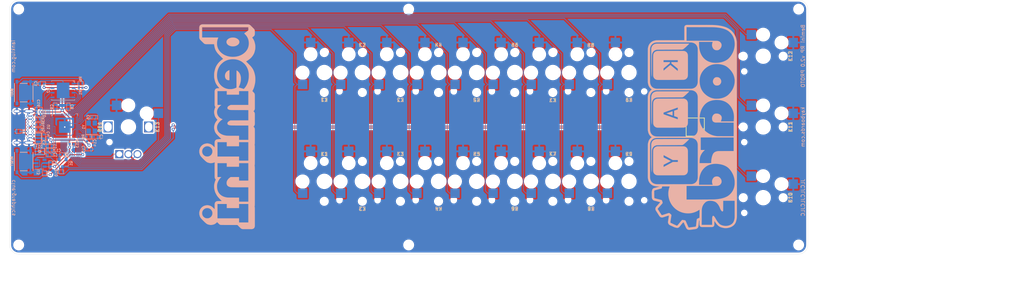
<source format=kicad_pcb>
(kicad_pcb (version 20171130) (host pcbnew "(5.1.5)-3")
  (layers (0 F.Cu signal) (31 B.Cu signal) (34 B.Paste user) (35 F.Paste user) (36 B.SilkS user) (37 F.SilkS user) (38 B.Mask user) (39 F.Mask user) (44 Edge.Cuts user))
  (net 0 "")
  (net 1 GND)
  (net 2 "Net-(F1-Pad2)")
  (net 3 "Net-(J1-PadA5)")
  (net 4 "Net-(J1-PadB5)")
  (net 5 D-)
  (net 6 D+)
  (net 7 K1)
  (net 8 K2)
  (net 9 K3)
  (net 10 K4)
  (net 11 K5)
  (net 12 K6)
  (net 13 K7)
  (net 14 K8)
  (net 15 K9)
  (net 16 VREG_VIN)
  (net 17 VREG_VOUT)
  (net 18 XIN)
  (net 19 QSPI_SS)
  (net 20 "Net-(R4-Pad2)")
  (net 21 "Net-(R5-Pad2)")
  (net 22 "Net-(R6-Pad1)")
  (net 23 "Net-(R7-Pad1)")
  (net 24 XOUT)
  (net 25 QSPI_1)
  (net 26 QSPI_2)
  (net 27 QSPI_0)
  (net 28 QSPI_SCLK)
  (net 29 QSPI_3)
  (net 30 "Net-(C7-Pad1)")
  (net 31 K10)
  (net 32 K11)
  (net 33 K12)
  (net 34 K13)
  (net 35 RE1B)
  (net 36 RE1A)
  (net 37 "Net-(D1-Pad2)")
  (net 38 +5V)
  (net 39 LED_5V)
  (net 40 LED_3V)
  (module Keebio-Parts:R_0402 (layer B.Cu) (at 54.175 67.325)
    (fp_text reference R10 (at -1.3 0.325 90) (layer B.SilkS) (effects (font (size 0.7 0.7)) (justify mirror)))
    (fp_text value 10k)
    (pad 1 smd rect (at -0.45 0) (size 0.4 0.6) (layers B.Cu B.Paste B.Mask) (net 38 +5V))
    (pad 2 smd rect (at 0.45 0) (size 0.4 0.6) (layers B.Cu B.Paste B.Mask) (net 39 LED_5V))
  )
  (module Keebio-Parts:R_0402 (layer B.Cu) (at 54.55 62.6)
    (fp_text reference R9 (at 1.35 0 90) (layer B.SilkS) (effects (font (size 0.7 0.7)) (justify mirror)))
    (fp_text value 10k)
    (pad 1 smd rect (at -0.45 0) (size 0.4 0.6) (layers B.Cu B.Paste B.Mask) (net 16 VREG_VIN))
    (pad 2 smd rect (at 0.45 0) (size 0.4 0.6) (layers B.Cu B.Paste B.Mask) (net 40 LED_3V))
  )
  (module Package_TO_SOT_SMD:SOT-23 (layer B.Cu) (at 54.625 64.975 270)
    (fp_text reference Q1 (at 0 -2.325 90) (layer B.SilkS) (effects (font (size 0.7 0.7)) (justify mirror)))
    (fp_text value BSS138)
    (pad 3 smd rect (at 1 0 270) (size 0.9 0.8) (layers B.Cu B.Paste B.Mask) (net 39 LED_5V))
    (pad 2 smd rect (at -1 -0.95 270) (size 0.9 0.8) (layers B.Cu B.Paste B.Mask) (net 40 LED_3V))
    (pad 1 smd rect (at -1 0.95 270) (size 0.9 0.8) (layers B.Cu B.Paste B.Mask) (net 16 VREG_VIN))
  )
  (module keyswitches:Kailh_socket_PG1350 (layer F.Cu) (at 72.75 54.95 180)
    (fp_text reference K13 (at -8 -0.05 90) (layer B.SilkS) (effects (justify mirror)))
    (fp_text value MX-NoLED)
    (pad 1 smd rect (at 3.275 5.95 180) (size 2.6 2.6) (layers B.Cu B.Paste B.Mask) (net 1 GND))
    (pad "" np_thru_hole circle (at -5 3.75 180) (size 3 3) (drill 3) (layers *.Cu *.Mask))
    (pad "" np_thru_hole circle (at 0 0 180) (size 3.429 3.429) (drill 3.429) (layers *.Cu *.Mask))
    (pad "" np_thru_hole circle (at 0 5.95 180) (size 3 3) (drill 3) (layers *.Cu *.Mask))
    (pad 2 smd rect (at -8.275 3.75 180) (size 2.6 2.6) (layers B.Cu B.Paste B.Mask) (net 34 K13))
    (pad "" np_thru_hole circle (at 5.22 -4.2 180) (size 0.9906 0.9906) (drill 0.9906) (layers *.Cu *.Mask))
  )
  (module Keebio-Parts:C_0402 (layer B.Cu) (at 50.5 58.6 270)
    (fp_text reference C4 (at -1.75 -0.15 90) (layer B.SilkS) (effects (font (size 0.7 0.7)) (justify mirror)))
    (fp_text value 1uF)
    (pad 1 smd rect (at -0.55 0 270) (size 0.6 0.5) (layers B.Cu B.Paste B.Mask) (net 16 VREG_VIN))
    (pad 2 smd rect (at 0.55 0 270) (size 0.6 0.5) (layers B.Cu B.Paste B.Mask) (net 1 GND))
  )
  (module rp2040:RP2040 (layer B.Cu) (at 55.2 55 270)
    (fp_text reference U1 (at -0.009 4.5 90) (layer B.SilkS) (effects (font (size 0.7 0.7)) (justify mirror)))
    (fp_text value RP2040 hide)
    (pad 1 smd rect (at -3.4036 2.6 180) (size 0.1778 0.8128) (layers B.Cu B.Paste B.Mask) (net 16 VREG_VIN))
    (pad 2 smd rect (at -3.4036 2.200001 180) (size 0.1778 0.8128) (layers B.Cu B.Paste B.Mask))
    (pad 3 smd rect (at -3.4036 1.799999 180) (size 0.1778 0.8128) (layers B.Cu B.Paste B.Mask))
    (pad 4 smd rect (at -3.4036 1.4 180) (size 0.1778 0.8128) (layers B.Cu B.Paste B.Mask))
    (pad 5 smd rect (at -3.4036 1.000001 180) (size 0.1778 0.8128) (layers B.Cu B.Paste B.Mask))
    (pad 6 smd rect (at -3.4036 0.599999 180) (size 0.1778 0.8128) (layers B.Cu B.Paste B.Mask))
    (pad 7 smd rect (at -3.4036 0.2 180) (size 0.1778 0.8128) (layers B.Cu B.Paste B.Mask))
    (pad 8 smd rect (at -3.4036 -0.2 180) (size 0.1778 0.8128) (layers B.Cu B.Paste B.Mask))
    (pad 9 smd rect (at -3.4036 -0.599999 180) (size 0.1778 0.8128) (layers B.Cu B.Paste B.Mask))
    (pad 10 smd rect (at -3.4036 -1.000001 180) (size 0.1778 0.8128) (layers B.Cu B.Paste B.Mask) (net 16 VREG_VIN))
    (pad 11 smd rect (at -3.4036 -1.4 180) (size 0.1778 0.8128) (layers B.Cu B.Paste B.Mask) (net 33 K12))
    (pad 12 smd rect (at -3.4036 -1.799999 180) (size 0.1778 0.8128) (layers B.Cu B.Paste B.Mask) (net 32 K11))
    (pad 13 smd rect (at -3.4036 -2.200001 180) (size 0.1778 0.8128) (layers B.Cu B.Paste B.Mask) (net 31 K10))
    (pad 14 smd rect (at -3.4036 -2.6 180) (size 0.1778 0.8128) (layers B.Cu B.Paste B.Mask) (net 15 K9))
    (pad 15 smd rect (at -2.6 -3.4036 270) (size 0.1778 0.8128) (layers B.Cu B.Paste B.Mask) (net 14 K8))
    (pad 16 smd rect (at -2.200001 -3.4036 270) (size 0.1778 0.8128) (layers B.Cu B.Paste B.Mask) (net 13 K7))
    (pad 17 smd rect (at -1.799999 -3.4036 270) (size 0.1778 0.8128) (layers B.Cu B.Paste B.Mask) (net 12 K6))
    (pad 18 smd rect (at -1.4 -3.4036 270) (size 0.1778 0.8128) (layers B.Cu B.Paste B.Mask) (net 11 K5))
    (pad 19 smd rect (at -1.000001 -3.4036 270) (size 0.1778 0.8128) (layers B.Cu B.Paste B.Mask) (net 1 GND))
    (pad 20 smd rect (at -0.599999 -3.4036 270) (size 0.1778 0.8128) (layers B.Cu B.Paste B.Mask) (net 18 XIN))
    (pad 21 smd rect (at -0.2 -3.4036 270) (size 0.1778 0.8128) (layers B.Cu B.Paste B.Mask) (net 24 XOUT))
    (pad 22 smd rect (at 0.2 -3.4036 270) (size 0.1778 0.8128) (layers B.Cu B.Paste B.Mask) (net 16 VREG_VIN))
    (pad 23 smd rect (at 0.599999 -3.4036 270) (size 0.1778 0.8128) (layers B.Cu B.Paste B.Mask) (net 17 VREG_VOUT))
    (pad 24 smd rect (at 1.000001 -3.4036 270) (size 0.1778 0.8128) (layers B.Cu B.Paste B.Mask))
    (pad 25 smd rect (at 1.4 -3.4036 270) (size 0.1778 0.8128) (layers B.Cu B.Paste B.Mask))
    (pad 26 smd rect (at 1.799999 -3.4036 270) (size 0.1778 0.8128) (layers B.Cu B.Paste B.Mask) (net 23 "Net-(R7-Pad1)"))
    (pad 27 smd rect (at 2.200001 -3.4036 270) (size 0.1778 0.8128) (layers B.Cu B.Paste B.Mask) (net 36 RE1A))
    (pad 28 smd rect (at 2.6 -3.4036 270) (size 0.1778 0.8128) (layers B.Cu B.Paste B.Mask) (net 35 RE1B))
    (pad 29 smd rect (at 3.4036 -2.6 180) (size 0.1778 0.8128) (layers B.Cu B.Paste B.Mask) (net 34 K13))
    (pad 30 smd rect (at 3.4036 -2.200001 180) (size 0.1778 0.8128) (layers B.Cu B.Paste B.Mask))
    (pad 31 smd rect (at 3.4036 -1.799999 180) (size 0.1778 0.8128) (layers B.Cu B.Paste B.Mask))
    (pad 32 smd rect (at 3.4036 -1.4 180) (size 0.1778 0.8128) (layers B.Cu B.Paste B.Mask))
    (pad 33 smd rect (at 3.4036 -1.000001 180) (size 0.1778 0.8128) (layers B.Cu B.Paste B.Mask) (net 16 VREG_VIN))
    (pad 34 smd rect (at 3.4036 -0.599999 180) (size 0.1778 0.8128) (layers B.Cu B.Paste B.Mask) (net 10 K4))
    (pad 35 smd rect (at 3.4036 -0.2 180) (size 0.1778 0.8128) (layers B.Cu B.Paste B.Mask) (net 9 K3))
    (pad 36 smd rect (at 3.4036 0.2 180) (size 0.1778 0.8128) (layers B.Cu B.Paste B.Mask) (net 8 K2))
    (pad 37 smd rect (at 3.4036 0.599999 180) (size 0.1778 0.8128) (layers B.Cu B.Paste B.Mask) (net 7 K1))
    (pad 38 smd rect (at 3.4036 1.000001 180) (size 0.1778 0.8128) (layers B.Cu B.Paste B.Mask) (net 40 LED_3V))
    (pad 39 smd rect (at 3.4036 1.4 180) (size 0.1778 0.8128) (layers B.Cu B.Paste B.Mask))
    (pad 40 smd rect (at 3.4036 1.799999 180) (size 0.1778 0.8128) (layers B.Cu B.Paste B.Mask))
    (pad 41 smd rect (at 3.4036 2.200001 180) (size 0.1778 0.8128) (layers B.Cu B.Paste B.Mask))
    (pad 42 smd rect (at 3.4036 2.6 180) (size 0.1778 0.8128) (layers B.Cu B.Paste B.Mask) (net 16 VREG_VIN))
    (pad 43 smd rect (at 2.6 3.4036 270) (size 0.1778 0.8128) (layers B.Cu B.Paste B.Mask) (net 16 VREG_VIN))
    (pad 44 smd rect (at 2.200001 3.4036 270) (size 0.1778 0.8128) (layers B.Cu B.Paste B.Mask) (net 16 VREG_VIN))
    (pad 45 smd rect (at 1.799999 3.4036 270) (size 0.1778 0.8128) (layers B.Cu B.Paste B.Mask) (net 17 VREG_VOUT))
    (pad 46 smd rect (at 1.4 3.4036 270) (size 0.1778 0.8128) (layers B.Cu B.Paste B.Mask) (net 21 "Net-(R5-Pad2)"))
    (pad 47 smd rect (at 1.000001 3.4036 270) (size 0.1778 0.8128) (layers B.Cu B.Paste B.Mask) (net 20 "Net-(R4-Pad2)"))
    (pad 48 smd rect (at 0.599999 3.4036 270) (size 0.1778 0.8128) (layers B.Cu B.Paste B.Mask) (net 16 VREG_VIN))
    (pad 49 smd rect (at 0.2 3.4036 270) (size 0.1778 0.8128) (layers B.Cu B.Paste B.Mask) (net 16 VREG_VIN))
    (pad 50 smd rect (at -0.2 3.4036 270) (size 0.1778 0.8128) (layers B.Cu B.Paste B.Mask) (net 17 VREG_VOUT))
    (pad 51 smd rect (at -0.599999 3.4036 270) (size 0.1778 0.8128) (layers B.Cu B.Paste B.Mask) (net 29 QSPI_3))
    (pad 52 smd rect (at -1.000001 3.4036 270) (size 0.1778 0.8128) (layers B.Cu B.Paste B.Mask) (net 28 QSPI_SCLK))
    (pad 53 smd rect (at -1.4 3.4036 270) (size 0.1778 0.8128) (layers B.Cu B.Paste B.Mask) (net 27 QSPI_0))
    (pad 54 smd rect (at -1.799999 3.4036 270) (size 0.1778 0.8128) (layers B.Cu B.Paste B.Mask) (net 26 QSPI_2))
    (pad 55 smd rect (at -2.200001 3.4036 270) (size 0.1778 0.8128) (layers B.Cu B.Paste B.Mask) (net 25 QSPI_1))
    (pad 56 smd rect (at -2.6 3.4036 270) (size 0.1778 0.8128) (layers B.Cu B.Paste B.Mask) (net 19 QSPI_SS))
    (pad 57 smd rect (at 0 0 270) (size 3.2004 3.2004) (layers B.Cu B.Mask) (net 1 GND))
  )
  (module bemini:kayboards-logo-smaller (layer B.Cu) (at 228.2 55.1 270)
    (fp_text reference G*** hide)
    (fp_text value LOGO hide)
  )
  (module bemini:bemini-logo-smaller (layer B.Cu) (at 100 54.9 270)
    (fp_text reference G*** hide)
    (fp_text value LOGO hide)
  )
  (module keyswitches:Kailh_socket_PG1350 (layer F.Cu) (at 247.737 35.465 180)
    (fp_text reference K12 (at -7.5 0 270) (layer F.SilkS))
    (fp_text value MX-NoLED)
    (pad "" np_thru_hole circle (at 5.22 -4.2 180) (size 0.9906 0.9906) (drill 0.9906) (layers *.Cu *.Mask))
    (pad 2 smd rect (at -8.275 3.75 180) (size 2.6 2.6) (layers B.Cu B.Paste B.Mask) (net 1 GND))
    (pad "" np_thru_hole circle (at 0 5.95 180) (size 3 3) (drill 3) (layers *.Cu *.Mask))
    (pad "" np_thru_hole circle (at 0 0 180) (size 3.429 3.429) (drill 3.429) (layers *.Cu *.Mask))
    (pad "" np_thru_hole circle (at -5 3.75 180) (size 3 3) (drill 3) (layers *.Cu *.Mask))
    (pad 1 smd rect (at 3.275 5.95 180) (size 2.6 2.6) (layers B.Cu B.Paste B.Mask) (net 33 K12))
    (pad "" np_thru_hole circle (at 5.5 0 180) (size 1.7018 1.7018) (drill 1.7018) (layers *.Cu *.Mask))
    (pad "" np_thru_hole circle (at -5.5 0 180) (size 1.7018 1.7018) (drill 1.7018) (layers *.Cu *.Mask))
  )
  (module "" (layer F.Cu) (at 93.2815 54.6735)
    (fp_text reference "" (at 71.5705 44.196) (layer F.SilkS) (effects (font (size 1.27 1.27))))
    (fp_text value "" (at 71.5705 44.196) (layer F.SilkS) (effects (font (size 1.27 1.27))))
  )
  (module "" (layer F.Cu) (at 247.8405 54.991)
    (fp_text reference "" (at 71.5705 44.196) (layer F.SilkS) (effects (font (size 1.27 1.27))))
    (fp_text value "" (at 71.5705 44.196) (layer F.SilkS) (effects (font (size 1.27 1.27))))
  )
  (module Keebio-Parts:R_0402 (layer B.Cu) (at 59.5705 44.196 180)
    (fp_text reference R1 (at 0.006 -1.304 270) (layer B.SilkS) (effects (font (size 0.7 0.7)) (justify mirror)))
    (fp_text value 10k)
    (pad 1 smd rect (at -0.45 0 180) (size 0.4 0.6) (layers B.Cu B.Paste B.Mask) (net 16 VREG_VIN))
    (pad 2 smd rect (at 0.45 0 180) (size 0.4 0.6) (layers B.Cu B.Paste B.Mask) (net 19 QSPI_SS))
  )
  (module Keebio-Parts:D_SOD-323 (layer B.Cu) (at 48.198 61.722 180)
    (fp_text reference D1 (at -0.252 1.372 unlocked) (layer B.SilkS) (effects (font (size 0.7 0.7)) (justify mirror)))
    (fp_text value "20V 1A")
    (pad 1 smd rect (at -1.05 0 180) (size 0.6 0.45) (layers B.Cu B.Paste B.Mask) (net 38 +5V))
    (pad 2 smd rect (at 1.05 0 180) (size 0.6 0.45) (layers B.Cu B.Paste B.Mask) (net 37 "Net-(D1-Pad2)"))
  )
  (module Package_TO_SOT_SMD:SOT-23-5 (layer B.Cu) (at 48.5155 64.9605)
    (fp_text reference U3 (at -0.6155 2.4395 90) (layer B.SilkS) (effects (font (size 0.7 0.7)) (justify mirror)))
    (fp_text value AP2112K-3.3)
    (pad 5 smd rect (at 1.1 0.95) (size 1.06 0.65) (layers B.Cu B.Paste B.Mask) (net 16 VREG_VIN))
    (pad 4 smd rect (at 1.1 -0.95) (size 1.06 0.65) (layers B.Cu B.Paste B.Mask))
    (pad 3 smd rect (at -1.1 -0.95) (size 1.06 0.65) (layers B.Cu B.Paste B.Mask) (net 38 +5V))
    (pad 2 smd rect (at -1.1 0) (size 1.06 0.65) (layers B.Cu B.Paste B.Mask) (net 1 GND))
    (pad 1 smd rect (at -1.1 0.95) (size 1.06 0.65) (layers B.Cu B.Paste B.Mask) (net 38 +5V))
  )
  (module winbond:W25Q128JVPIQ (layer B.Cu) (at 54.75 44.9 180)
    (fp_text reference U2 (at 4.05 0 90) (layer B.SilkS) (effects (font (size 0.7 0.7)) (justify mirror)))
    (fp_text value W25Q128JV hide)
    (pad 9 smd rect (at 0 0 180) (size 3.4544 4.3434) (layers B.Cu B.Paste B.Mask))
    (pad 8 smd rect (at 2.8702 1.905 180) (size 0.9652 0.4318) (layers B.Cu B.Paste B.Mask) (net 16 VREG_VIN))
    (pad 7 smd rect (at 2.8702 0.635 180) (size 0.9652 0.4318) (layers B.Cu B.Paste B.Mask) (net 29 QSPI_3))
    (pad 6 smd rect (at 2.8702 -0.635 180) (size 0.9652 0.4318) (layers B.Cu B.Paste B.Mask) (net 28 QSPI_SCLK))
    (pad 5 smd rect (at 2.8702 -1.905 180) (size 0.9652 0.4318) (layers B.Cu B.Paste B.Mask) (net 27 QSPI_0))
    (pad 4 smd rect (at -2.8702 -1.905 180) (size 0.9652 0.4318) (layers B.Cu B.Paste B.Mask) (net 1 GND))
    (pad 3 smd rect (at -2.8702 -0.635 180) (size 0.9652 0.4318) (layers B.Cu B.Paste B.Mask) (net 26 QSPI_2))
    (pad 2 smd rect (at -2.8702 0.635 180) (size 0.9652 0.4318) (layers B.Cu B.Paste B.Mask) (net 25 QSPI_1))
    (pad 1 smd rect (at -2.8702 1.905 180) (size 0.9652 0.4318) (layers B.Cu B.Paste B.Mask) (net 19 QSPI_SS))
  )
  (module Keebio-Parts:C_0402 (layer B.Cu) (at 56.2 49.4 90)
    (fp_text reference C8 (at 0 1.05 90) (layer B.SilkS) (effects (font (size 0.7 0.7)) (justify mirror)))
    (fp_text value 100nF)
    (pad 1 smd rect (at -0.55 0 90) (size 0.6 0.5) (layers B.Cu B.Paste B.Mask) (net 16 VREG_VIN))
    (pad 2 smd rect (at 0.55 0 90) (size 0.6 0.5) (layers B.Cu B.Paste B.Mask) (net 1 GND))
  )
  (module Keebio-Parts:C_0402 (layer B.Cu) (at 48.9 43 180)
    (fp_text reference C3 (at 1.65 0 90) (layer B.SilkS) (effects (font (size 0.7 0.7)) (justify mirror)))
    (fp_text value 100nF)
    (pad 1 smd rect (at -0.55 0 180) (size 0.6 0.5) (layers B.Cu B.Paste B.Mask) (net 16 VREG_VIN))
    (pad 2 smd rect (at 0.55 0 180) (size 0.6 0.5) (layers B.Cu B.Paste B.Mask) (net 1 GND))
  )
  (module kicad-open-modules:TS-1187A-B-A-B (layer B.Cu) (at 43.9 45.5 90)
    (fp_text reference SW1 hide)
    (fp_text value BOOT)
    (pad 2 smd rect (at -3 -1.875 90) (size 1 0.75) (layers B.Cu B.Paste B.Mask) (net 22 "Net-(R6-Pad1)"))
    (pad 2 smd rect (at 3 -1.875 90) (size 1 0.75) (layers B.Cu B.Paste B.Mask) (net 22 "Net-(R6-Pad1)"))
    (pad 1 smd rect (at 3 1.875 90) (size 1 0.75) (layers B.Cu B.Paste B.Mask) (net 1 GND))
    (pad 1 smd rect (at -3 1.875 90) (size 1 0.75) (layers B.Cu B.Paste B.Mask) (net 1 GND))
  )
  (module Keebio-Parts:Crystal_SMD_3225-4pin_3.2x2.5mm (layer B.Cu) (at 62.65 55 90)
    (fp_text reference Y1 (at 0 -2.25 90) (layer B.SilkS) (effects (font (size 0.7 0.7)) (justify mirror)))
    (fp_text value 12MHz)
    (pad 4 smd rect (at -1.1 0.85 90) (size 1.4 1.2) (layers B.Cu B.Paste B.Mask) (net 1 GND))
    (pad 3 smd rect (at 1.1 0.85 90) (size 1.4 1.2) (layers B.Cu B.Paste B.Mask) (net 18 XIN))
    (pad 2 smd rect (at 1.1 -0.85 90) (size 1.4 1.2) (layers B.Cu B.Paste B.Mask) (net 1 GND))
    (pad 1 smd rect (at -1.1 -0.85 90) (size 1.4 1.2) (layers B.Cu B.Paste B.Mask) (net 30 "Net-(C7-Pad1)"))
  )
  (module keyswitches:Kailh_socket_PG1350 (layer F.Cu) (at 126.737 69.965 270)
    (fp_text reference K1 hide)
    (fp_text value MX-NoLED)
    (pad "" np_thru_hole circle (at -5.5 0 270) (size 1.7018 1.7018) (drill 1.7018) (layers *.Cu *.Mask))
    (pad "" np_thru_hole circle (at 5.5 0 270) (size 1.7018 1.7018) (drill 1.7018) (layers *.Cu *.Mask))
    (pad 1 smd rect (at 3.275 5.95 270) (size 2.6 2.6) (layers B.Cu B.Paste B.Mask) (net 7 K1))
    (pad "" np_thru_hole circle (at -5 3.75 270) (size 3 3) (drill 3) (layers *.Cu *.Mask))
    (pad "" np_thru_hole circle (at 0 0 270) (size 3.429 3.429) (drill 3.429) (layers *.Cu *.Mask))
    (pad "" np_thru_hole circle (at 0 5.95 270) (size 3 3) (drill 3) (layers *.Cu *.Mask))
    (pad 2 smd rect (at -8.275 3.75 270) (size 2.6 2.6) (layers B.Cu B.Paste B.Mask) (net 1 GND))
    (pad "" np_thru_hole circle (at 5.22 -4.2 270) (size 0.9906 0.9906) (drill 0.9906) (layers *.Cu *.Mask))
  )
  (module keyswitches:Kailh_socket_PG1350 (layer F.Cu) (at 137.237 69.965 270)
    (fp_text reference KA2 hide)
    (fp_text value MX-NoLED)
    (pad "" np_thru_hole circle (at -5.5 0 270) (size 1.7018 1.7018) (drill 1.7018) (layers *.Cu *.Mask))
    (pad "" np_thru_hole circle (at 5.5 0 270) (size 1.7018 1.7018) (drill 1.7018) (layers *.Cu *.Mask))
    (pad 1 smd rect (at 3.275 5.95 270) (size 2.6 2.6) (layers B.Cu B.Paste B.Mask) (net 8 K2))
    (pad "" np_thru_hole circle (at -5 3.75 270) (size 3 3) (drill 3) (layers *.Cu *.Mask))
    (pad "" np_thru_hole circle (at 0 0 270) (size 3.429 3.429) (drill 3.429) (layers *.Cu *.Mask))
    (pad "" np_thru_hole circle (at 0 5.95 270) (size 3 3) (drill 3) (layers *.Cu *.Mask))
    (pad 2 smd rect (at -8.275 3.75 270) (size 2.6 2.6) (layers B.Cu B.Paste B.Mask) (net 1 GND))
    (pad "" np_thru_hole circle (at 5.22 -4.2 270) (size 0.9906 0.9906) (drill 0.9906) (layers *.Cu *.Mask))
  )
  (module keyswitches:Kailh_socket_PG1350 (layer F.Cu) (at 158.237 69.965 270)
    (fp_text reference KA4 hide)
    (fp_text value MX-NoLED)
    (pad "" np_thru_hole circle (at -5.5 0 270) (size 1.7018 1.7018) (drill 1.7018) (layers *.Cu *.Mask))
    (pad "" np_thru_hole circle (at 5.5 0 270) (size 1.7018 1.7018) (drill 1.7018) (layers *.Cu *.Mask))
    (pad 1 smd rect (at 3.275 5.95 270) (size 2.6 2.6) (layers B.Cu B.Paste B.Mask) (net 10 K4))
    (pad "" np_thru_hole circle (at -5 3.75 270) (size 3 3) (drill 3) (layers *.Cu *.Mask))
    (pad "" np_thru_hole circle (at 0 0 270) (size 3.429 3.429) (drill 3.429) (layers *.Cu *.Mask))
    (pad "" np_thru_hole circle (at 0 5.95 270) (size 3 3) (drill 3) (layers *.Cu *.Mask))
    (pad 2 smd rect (at -8.275 3.75 270) (size 2.6 2.6) (layers B.Cu B.Paste B.Mask) (net 1 GND))
    (pad "" np_thru_hole circle (at 5.22 -4.2 270) (size 0.9906 0.9906) (drill 0.9906) (layers *.Cu *.Mask))
  )
  (module keyswitches:Kailh_socket_PG1350 (layer F.Cu) (at 200.237 69.965 270)
    (fp_text reference KA8 hide)
    (fp_text value MX-NoLED)
    (pad "" np_thru_hole circle (at -5.5 0 270) (size 1.7018 1.7018) (drill 1.7018) (layers *.Cu *.Mask))
    (pad "" np_thru_hole circle (at 5.5 0 270) (size 1.7018 1.7018) (drill 1.7018) (layers *.Cu *.Mask))
    (pad 1 smd rect (at 3.275 5.95 270) (size 2.6 2.6) (layers B.Cu B.Paste B.Mask) (net 14 K8))
    (pad "" np_thru_hole circle (at -5 3.75 270) (size 3 3) (drill 3) (layers *.Cu *.Mask))
    (pad "" np_thru_hole circle (at 0 0 270) (size 3.429 3.429) (drill 3.429) (layers *.Cu *.Mask))
    (pad "" np_thru_hole circle (at 0 5.95 270) (size 3 3) (drill 3) (layers *.Cu *.Mask))
    (pad 2 smd rect (at -8.275 3.75 270) (size 2.6 2.6) (layers B.Cu B.Paste B.Mask) (net 1 GND))
    (pad "" np_thru_hole circle (at 5.22 -4.2 270) (size 0.9906 0.9906) (drill 0.9906) (layers *.Cu *.Mask))
  )
  (module keyswitches:Kailh_socket_PG1350 (layer F.Cu) (at 189.737 69.965 270)
    (fp_text reference K7 hide)
    (fp_text value MX-NoLED)
    (pad "" np_thru_hole circle (at -5.5 0 270) (size 1.7018 1.7018) (drill 1.7018) (layers *.Cu *.Mask))
    (pad "" np_thru_hole circle (at 5.5 0 270) (size 1.7018 1.7018) (drill 1.7018) (layers *.Cu *.Mask))
    (pad 1 smd rect (at 3.275 5.95 270) (size 2.6 2.6) (layers B.Cu B.Paste B.Mask) (net 13 K7))
    (pad "" np_thru_hole circle (at -5 3.75 270) (size 3 3) (drill 3) (layers *.Cu *.Mask))
    (pad "" np_thru_hole circle (at 0 0 270) (size 3.429 3.429) (drill 3.429) (layers *.Cu *.Mask))
    (pad "" np_thru_hole circle (at 0 5.95 270) (size 3 3) (drill 3) (layers *.Cu *.Mask))
    (pad 2 smd rect (at -8.275 3.75 270) (size 2.6 2.6) (layers B.Cu B.Paste B.Mask) (net 1 GND))
    (pad "" np_thru_hole circle (at 5.22 -4.2 270) (size 0.9906 0.9906) (drill 0.9906) (layers *.Cu *.Mask))
  )
  (module keyswitches:Kailh_socket_PG1350 (layer F.Cu) (at 147.737 69.965 270)
    (fp_text reference K3 hide)
    (fp_text value MX-NoLED)
    (pad "" np_thru_hole circle (at -5.5 0 270) (size 1.7018 1.7018) (drill 1.7018) (layers *.Cu *.Mask))
    (pad "" np_thru_hole circle (at 5.5 0 270) (size 1.7018 1.7018) (drill 1.7018) (layers *.Cu *.Mask))
    (pad 1 smd rect (at 3.275 5.95 270) (size 2.6 2.6) (layers B.Cu B.Paste B.Mask) (net 9 K3))
    (pad "" np_thru_hole circle (at -5 3.75 270) (size 3 3) (drill 3) (layers *.Cu *.Mask))
    (pad "" np_thru_hole circle (at 0 0 270) (size 3.429 3.429) (drill 3.429) (layers *.Cu *.Mask))
    (pad "" np_thru_hole circle (at 0 5.95 270) (size 3 3) (drill 3) (layers *.Cu *.Mask))
    (pad 2 smd rect (at -8.275 3.75 270) (size 2.6 2.6) (layers B.Cu B.Paste B.Mask) (net 1 GND))
    (pad "" np_thru_hole circle (at 5.22 -4.2 270) (size 0.9906 0.9906) (drill 0.9906) (layers *.Cu *.Mask))
  )
  (module keyswitches:Kailh_socket_PG1350 (layer F.Cu) (at 179.237 69.965 270)
    (fp_text reference KA6 hide)
    (fp_text value MX-NoLED)
    (pad "" np_thru_hole circle (at -5.5 0 270) (size 1.7018 1.7018) (drill 1.7018) (layers *.Cu *.Mask))
    (pad "" np_thru_hole circle (at 5.5 0 270) (size 1.7018 1.7018) (drill 1.7018) (layers *.Cu *.Mask))
    (pad 1 smd rect (at 3.275 5.95 270) (size 2.6 2.6) (layers B.Cu B.Paste B.Mask) (net 12 K6))
    (pad "" np_thru_hole circle (at -5 3.75 270) (size 3 3) (drill 3) (layers *.Cu *.Mask))
    (pad "" np_thru_hole circle (at 0 0 270) (size 3.429 3.429) (drill 3.429) (layers *.Cu *.Mask))
    (pad "" np_thru_hole circle (at 0 5.95 270) (size 3 3) (drill 3) (layers *.Cu *.Mask))
    (pad 2 smd rect (at -8.275 3.75 270) (size 2.6 2.6) (layers B.Cu B.Paste B.Mask) (net 1 GND))
    (pad "" np_thru_hole circle (at 5.22 -4.2 270) (size 0.9906 0.9906) (drill 0.9906) (layers *.Cu *.Mask))
  )
  (module keyswitches:Kailh_socket_PG1350 (layer F.Cu) (at 210.737 69.965 270)
    (fp_text reference K9 hide)
    (fp_text value MX-NoLED)
    (pad "" np_thru_hole circle (at -5.5 0 270) (size 1.7018 1.7018) (drill 1.7018) (layers *.Cu *.Mask))
    (pad "" np_thru_hole circle (at 5.5 0 270) (size 1.7018 1.7018) (drill 1.7018) (layers *.Cu *.Mask))
    (pad 1 smd rect (at 3.275 5.95 270) (size 2.6 2.6) (layers B.Cu B.Paste B.Mask) (net 15 K9))
    (pad "" np_thru_hole circle (at -5 3.75 270) (size 3 3) (drill 3) (layers *.Cu *.Mask))
    (pad "" np_thru_hole circle (at 0 0 270) (size 3.429 3.429) (drill 3.429) (layers *.Cu *.Mask))
    (pad "" np_thru_hole circle (at 0 5.95 270) (size 3 3) (drill 3) (layers *.Cu *.Mask))
    (pad 2 smd rect (at -8.275 3.75 270) (size 2.6 2.6) (layers B.Cu B.Paste B.Mask) (net 1 GND))
    (pad "" np_thru_hole circle (at 5.22 -4.2 270) (size 0.9906 0.9906) (drill 0.9906) (layers *.Cu *.Mask))
  )
  (module keyswitches:Kailh_socket_PG1350 (layer F.Cu) (at 168.737 69.965 270)
    (fp_text reference K5 hide)
    (fp_text value MX-NoLED)
    (pad "" np_thru_hole circle (at -5.5 0 270) (size 1.7018 1.7018) (drill 1.7018) (layers *.Cu *.Mask))
    (pad "" np_thru_hole circle (at 5.5 0 270) (size 1.7018 1.7018) (drill 1.7018) (layers *.Cu *.Mask))
    (pad 1 smd rect (at 3.275 5.95 270) (size 2.6 2.6) (layers B.Cu B.Paste B.Mask) (net 11 K5))
    (pad "" np_thru_hole circle (at -5 3.75 270) (size 3 3) (drill 3) (layers *.Cu *.Mask))
    (pad "" np_thru_hole circle (at 0 0 270) (size 3.429 3.429) (drill 3.429) (layers *.Cu *.Mask))
    (pad "" np_thru_hole circle (at 0 5.95 270) (size 3 3) (drill 3) (layers *.Cu *.Mask))
    (pad 2 smd rect (at -8.275 3.75 270) (size 2.6 2.6) (layers B.Cu B.Paste B.Mask) (net 1 GND))
    (pad "" np_thru_hole circle (at 5.22 -4.2 270) (size 0.9906 0.9906) (drill 0.9906) (layers *.Cu *.Mask))
  )
  (module keyswitches:Kailh_socket_PG1350 (layer F.Cu) (at 137.237 39.965 270)
    (fp_text reference K2 hide)
    (fp_text value MX-NoLED)
    (pad "" np_thru_hole circle (at -5.5 0 270) (size 1.7018 1.7018) (drill 1.7018) (layers *.Cu *.Mask))
    (pad "" np_thru_hole circle (at 5.5 0 270) (size 1.7018 1.7018) (drill 1.7018) (layers *.Cu *.Mask))
    (pad 1 smd rect (at 3.275 5.95 270) (size 2.6 2.6) (layers B.Cu B.Paste B.Mask) (net 8 K2))
    (pad "" np_thru_hole circle (at -5 3.75 270) (size 3 3) (drill 3) (layers *.Cu *.Mask))
    (pad "" np_thru_hole circle (at 0 0 270) (size 3.429 3.429) (drill 3.429) (layers *.Cu *.Mask))
    (pad "" np_thru_hole circle (at 0 5.95 270) (size 3 3) (drill 3) (layers *.Cu *.Mask))
    (pad 2 smd rect (at -8.275 3.75 270) (size 2.6 2.6) (layers B.Cu B.Paste B.Mask) (net 1 GND))
    (pad "" np_thru_hole circle (at 5.22 -4.2 270) (size 0.9906 0.9906) (drill 0.9906) (layers *.Cu *.Mask))
  )
  (module keyswitches:Kailh_socket_PG1350 (layer F.Cu) (at 147.737 39.965 270)
    (fp_text reference KA3 hide)
    (fp_text value MX-NoLED)
    (pad "" np_thru_hole circle (at -5.5 0 270) (size 1.7018 1.7018) (drill 1.7018) (layers *.Cu *.Mask))
    (pad "" np_thru_hole circle (at 5.5 0 270) (size 1.7018 1.7018) (drill 1.7018) (layers *.Cu *.Mask))
    (pad 1 smd rect (at 3.275 5.95 270) (size 2.6 2.6) (layers B.Cu B.Paste B.Mask) (net 9 K3))
    (pad "" np_thru_hole circle (at -5 3.75 270) (size 3 3) (drill 3) (layers *.Cu *.Mask))
    (pad "" np_thru_hole circle (at 0 0 270) (size 3.429 3.429) (drill 3.429) (layers *.Cu *.Mask))
    (pad "" np_thru_hole circle (at 0 5.95 270) (size 3 3) (drill 3) (layers *.Cu *.Mask))
    (pad 2 smd rect (at -8.275 3.75 270) (size 2.6 2.6) (layers B.Cu B.Paste B.Mask) (net 1 GND))
    (pad "" np_thru_hole circle (at 5.22 -4.2 270) (size 0.9906 0.9906) (drill 0.9906) (layers *.Cu *.Mask))
  )
  (module keyswitches:Kailh_socket_PG1350 (layer F.Cu) (at 126.737 39.965 270)
    (fp_text reference KA1 hide)
    (fp_text value MX-NoLED)
    (pad "" np_thru_hole circle (at -5.5 0 270) (size 1.7018 1.7018) (drill 1.7018) (layers *.Cu *.Mask))
    (pad "" np_thru_hole circle (at 5.5 0 270) (size 1.7018 1.7018) (drill 1.7018) (layers *.Cu *.Mask))
    (pad 1 smd rect (at 3.275 5.95 270) (size 2.6 2.6) (layers B.Cu B.Paste B.Mask) (net 7 K1))
    (pad "" np_thru_hole circle (at -5 3.75 270) (size 3 3) (drill 3) (layers *.Cu *.Mask))
    (pad "" np_thru_hole circle (at 0 0 270) (size 3.429 3.429) (drill 3.429) (layers *.Cu *.Mask))
    (pad "" np_thru_hole circle (at 0 5.95 270) (size 3 3) (drill 3) (layers *.Cu *.Mask))
    (pad 2 smd rect (at -8.275 3.75 270) (size 2.6 2.6) (layers B.Cu B.Paste B.Mask) (net 1 GND))
    (pad "" np_thru_hole circle (at 5.22 -4.2 270) (size 0.9906 0.9906) (drill 0.9906) (layers *.Cu *.Mask))
  )
  (module Keebio-Parts:C_0402 (layer B.Cu) (at 51.3 65.3 90)
    (fp_text reference C2 (at 0.45 1.05 90) (layer B.SilkS) (effects (font (size 0.7 0.7)) (justify mirror)))
    (fp_text value 10uF)
    (pad 1 smd rect (at -0.55 0 90) (size 0.6 0.5) (layers B.Cu B.Paste B.Mask) (net 16 VREG_VIN))
    (pad 2 smd rect (at 0.55 0 90) (size 0.6 0.5) (layers B.Cu B.Paste B.Mask) (net 1 GND))
  )
  (module Keebio-Parts:C_0402 (layer B.Cu) (at 51.0555 62.611)
    (fp_text reference C1 (at 1.5945 0.039 270) (layer B.SilkS) (effects (font (size 0.7 0.7)) (justify mirror)))
    (fp_text value 10uF)
    (pad 1 smd rect (at -0.55 0) (size 0.6 0.5) (layers B.Cu B.Paste B.Mask) (net 38 +5V))
    (pad 2 smd rect (at 0.55 0) (size 0.6 0.5) (layers B.Cu B.Paste B.Mask) (net 1 GND))
  )
  (module Type-C:USB_C_GCT_USB4085 (layer F.Cu) (at 40.237 54.965 270)
    (fp_text reference J1 hide)
    (fp_text value USB_C_Receptacle_USB2.0)
    (pad S1 thru_hole oval (at 4.325 -1.74 270) (size 0.9 1.7) (drill oval 0.6 1.4) (layers *.Cu *.Mask) (net 1 GND))
    (pad S1 thru_hole oval (at -4.325 -1.74 270) (size 0.9 1.7) (drill oval 0.6 1.4) (layers *.Cu *.Mask) (net 1 GND))
    (pad S1 thru_hole oval (at 4.325 -5.12 270) (size 0.9 2.4) (drill oval 0.6 2.1) (layers *.Cu *.Mask) (net 1 GND))
    (pad S1 thru_hole oval (at -4.325 -5.12 270) (size 0.9 2.4) (drill oval 0.6 2.1) (layers *.Cu *.Mask) (net 1 GND))
    (pad B1 thru_hole circle (at 2.98 -4.775 270) (size 0.65 0.65) (drill 0.4) (layers *.Cu *.Mask) (net 1 GND))
    (pad B4 thru_hole circle (at 2.13 -4.775 270) (size 0.65 0.65) (drill 0.4) (layers *.Cu *.Mask) (net 2 "Net-(F1-Pad2)"))
    (pad B5 thru_hole circle (at 1.28 -4.775 270) (size 0.65 0.65) (drill 0.4) (layers *.Cu *.Mask) (net 4 "Net-(J1-PadB5)"))
    (pad B6 thru_hole circle (at 0.43 -4.775 270) (size 0.65 0.65) (drill 0.4) (layers *.Cu *.Mask) (net 6 D+))
    (pad B7 thru_hole circle (at -0.42 -4.775 270) (size 0.65 0.65) (drill 0.4) (layers *.Cu *.Mask) (net 5 D-))
    (pad B8 thru_hole circle (at -1.27 -4.775 270) (size 0.65 0.65) (drill 0.4) (layers *.Cu *.Mask))
    (pad B9 thru_hole circle (at -2.12 -4.775 270) (size 0.65 0.65) (drill 0.4) (layers *.Cu *.Mask) (net 2 "Net-(F1-Pad2)"))
    (pad B12 thru_hole circle (at -2.975 -4.775 270) (size 0.65 0.65) (drill 0.4) (layers *.Cu *.Mask) (net 1 GND))
    (pad A12 thru_hole circle (at 2.975 -6.1 270) (size 0.65 0.65) (drill 0.4) (layers *.Cu *.Mask) (net 1 GND))
    (pad A9 thru_hole circle (at 2.125 -6.1 270) (size 0.65 0.65) (drill 0.4) (layers *.Cu *.Mask) (net 2 "Net-(F1-Pad2)"))
    (pad A8 thru_hole circle (at 1.275 -6.1 270) (size 0.65 0.65) (drill 0.4) (layers *.Cu *.Mask))
    (pad A7 thru_hole circle (at 0.425 -6.1 270) (size 0.65 0.65) (drill 0.4) (layers *.Cu *.Mask) (net 5 D-))
    (pad A6 thru_hole circle (at -0.425 -6.1 270) (size 0.65 0.65) (drill 0.4) (layers *.Cu *.Mask) (net 6 D+))
    (pad A4 thru_hole circle (at -2.125 -6.1 270) (size 0.65 0.65) (drill 0.4) (layers *.Cu *.Mask) (net 2 "Net-(F1-Pad2)"))
    (pad A1 thru_hole circle (at -2.975 -6.1 270) (size 0.65 0.65) (drill 0.4) (layers *.Cu *.Mask) (net 1 GND))
    (pad A5 thru_hole circle (at -1.275 -6.1 270) (size 0.65 0.65) (drill 0.4) (layers *.Cu *.Mask) (net 3 "Net-(J1-PadA5)"))
  )
  (module keyswitches:Kailh_socket_PG1350 (layer F.Cu) (at 179.237 39.965 270)
    (fp_text reference K6 hide)
    (fp_text value MX-NoLED)
    (pad "" np_thru_hole circle (at -5.5 0 270) (size 1.7018 1.7018) (drill 1.7018) (layers *.Cu *.Mask))
    (pad "" np_thru_hole circle (at 5.5 0 270) (size 1.7018 1.7018) (drill 1.7018) (layers *.Cu *.Mask))
    (pad 1 smd rect (at 3.275 5.95 270) (size 2.6 2.6) (layers B.Cu B.Paste B.Mask) (net 12 K6))
    (pad "" np_thru_hole circle (at -5 3.75 270) (size 3 3) (drill 3) (layers *.Cu *.Mask))
    (pad "" np_thru_hole circle (at 0 0 270) (size 3.429 3.429) (drill 3.429) (layers *.Cu *.Mask))
    (pad "" np_thru_hole circle (at 0 5.95 270) (size 3 3) (drill 3) (layers *.Cu *.Mask))
    (pad 2 smd rect (at -8.275 3.75 270) (size 2.6 2.6) (layers B.Cu B.Paste B.Mask) (net 1 GND))
    (pad "" np_thru_hole circle (at 5.22 -4.2 270) (size 0.9906 0.9906) (drill 0.9906) (layers *.Cu *.Mask))
  )
  (module keyswitches:Kailh_socket_PG1350 (layer F.Cu) (at 168.737 39.965 270)
    (fp_text reference KA5 hide)
    (fp_text value MX-NoLED)
    (pad "" np_thru_hole circle (at -5.5 0 270) (size 1.7018 1.7018) (drill 1.7018) (layers *.Cu *.Mask))
    (pad "" np_thru_hole circle (at 5.5 0 270) (size 1.7018 1.7018) (drill 1.7018) (layers *.Cu *.Mask))
    (pad 1 smd rect (at 3.275 5.95 270) (size 2.6 2.6) (layers B.Cu B.Paste B.Mask) (net 11 K5))
    (pad "" np_thru_hole circle (at -5 3.75 270) (size 3 3) (drill 3) (layers *.Cu *.Mask))
    (pad "" np_thru_hole circle (at 0 0 270) (size 3.429 3.429) (drill 3.429) (layers *.Cu *.Mask))
    (pad "" np_thru_hole circle (at 0 5.95 270) (size 3 3) (drill 3) (layers *.Cu *.Mask))
    (pad 2 smd rect (at -8.275 3.75 270) (size 2.6 2.6) (layers B.Cu B.Paste B.Mask) (net 1 GND))
    (pad "" np_thru_hole circle (at 5.22 -4.2 270) (size 0.9906 0.9906) (drill 0.9906) (layers *.Cu *.Mask))
  )
  (module keyswitches:Kailh_socket_PG1350 (layer F.Cu) (at 158.237 39.965 270)
    (fp_text reference K4 hide)
    (fp_text value MX-NoLED)
    (pad "" np_thru_hole circle (at -5.5 0 270) (size 1.7018 1.7018) (drill 1.7018) (layers *.Cu *.Mask))
    (pad "" np_thru_hole circle (at 5.5 0 270) (size 1.7018 1.7018) (drill 1.7018) (layers *.Cu *.Mask))
    (pad 1 smd rect (at 3.275 5.95 270) (size 2.6 2.6) (layers B.Cu B.Paste B.Mask) (net 10 K4))
    (pad "" np_thru_hole circle (at -5 3.75 270) (size 3 3) (drill 3) (layers *.Cu *.Mask))
    (pad "" np_thru_hole circle (at 0 0 270) (size 3.429 3.429) (drill 3.429) (layers *.Cu *.Mask))
    (pad "" np_thru_hole circle (at 0 5.95 270) (size 3 3) (drill 3) (layers *.Cu *.Mask))
    (pad 2 smd rect (at -8.275 3.75 270) (size 2.6 2.6) (layers B.Cu B.Paste B.Mask) (net 1 GND))
    (pad "" np_thru_hole circle (at 5.22 -4.2 270) (size 0.9906 0.9906) (drill 0.9906) (layers *.Cu *.Mask))
  )
  (module Rotary_Encoder:RotaryEncoder_Alps_EC12E_Vertical_H20mm (layer F.Cu) (at 70.237 62.465 90)
    (fp_text reference RE1 (at 7.465 -5.337 270) (layer F.SilkS))
    (fp_text value Rotary_Encoder)
    (pad A thru_hole rect (at 0 0 90) (size 2.2 2.2) (drill 1.6) (layers *.Cu *.Mask) (net 36 RE1A))
    (pad C thru_hole circle (at 0 2.5 90) (size 2.2 2.2) (drill 1.6) (layers *.Cu *.Mask) (net 1 GND))
    (pad B thru_hole circle (at 0 5 90) (size 2.2 2.2) (drill 1.6) (layers *.Cu *.Mask) (net 35 RE1B))
    (pad MP thru_hole rect (at 7.5 -3.1 90) (size 3 2.5) (drill oval 2.5 2) (layers *.Cu *.Mask))
    (pad MP thru_hole rect (at 7.5 8.1 90) (size 3 2.5) (drill oval 2.5 2) (layers *.Cu *.Mask))
  )
  (module keyswitches:Kailh_socket_PG1350 (layer F.Cu) (at 247.737 74.465 180)
    (fp_text reference K10 (at -7.5 0 270) (layer F.SilkS))
    (fp_text value MX-NoLED)
    (pad "" np_thru_hole circle (at -5.5 0 180) (size 1.7018 1.7018) (drill 1.7018) (layers *.Cu *.Mask))
    (pad "" np_thru_hole circle (at 5.5 0 180) (size 1.7018 1.7018) (drill 1.7018) (layers *.Cu *.Mask))
    (pad 1 smd rect (at 3.275 5.95 180) (size 2.6 2.6) (layers B.Cu B.Paste B.Mask) (net 31 K10))
    (pad "" np_thru_hole circle (at -5 3.75 180) (size 3 3) (drill 3) (layers *.Cu *.Mask))
    (pad "" np_thru_hole circle (at 0 0 180) (size 3.429 3.429) (drill 3.429) (layers *.Cu *.Mask))
    (pad "" np_thru_hole circle (at 0 5.95 180) (size 3 3) (drill 3) (layers *.Cu *.Mask))
    (pad 2 smd rect (at -8.275 3.75 180) (size 2.6 2.6) (layers B.Cu B.Paste B.Mask) (net 1 GND))
    (pad "" np_thru_hole circle (at 5.22 -4.2 180) (size 0.9906 0.9906) (drill 0.9906) (layers *.Cu *.Mask))
  )
  (module keyswitches:Kailh_socket_PG1350 (layer F.Cu) (at 247.737 54.965 180)
    (fp_text reference K11 (at -7.5 0 270) (layer F.SilkS))
    (fp_text value MX-NoLED)
    (pad "" np_thru_hole circle (at -5.5 0 180) (size 1.7018 1.7018) (drill 1.7018) (layers *.Cu *.Mask))
    (pad "" np_thru_hole circle (at 5.5 0 180) (size 1.7018 1.7018) (drill 1.7018) (layers *.Cu *.Mask))
    (pad 1 smd rect (at 3.275 5.95 180) (size 2.6 2.6) (layers B.Cu B.Paste B.Mask) (net 32 K11))
    (pad "" np_thru_hole circle (at -5 3.75 180) (size 3 3) (drill 3) (layers *.Cu *.Mask))
    (pad "" np_thru_hole circle (at 0 0 180) (size 3.429 3.429) (drill 3.429) (layers *.Cu *.Mask))
    (pad "" np_thru_hole circle (at 0 5.95 180) (size 3 3) (drill 3) (layers *.Cu *.Mask))
    (pad 2 smd rect (at -8.275 3.75 180) (size 2.6 2.6) (layers B.Cu B.Paste B.Mask) (net 1 GND))
    (pad "" np_thru_hole circle (at 5.22 -4.2 180) (size 0.9906 0.9906) (drill 0.9906) (layers *.Cu *.Mask))
  )
  (module keyswitches:Kailh_socket_PG1350 (layer F.Cu) (at 210.737 39.965 270)
    (fp_text reference KA9 hide)
    (fp_text value MX-NoLED)
    (pad "" np_thru_hole circle (at -5.5 0 270) (size 1.7018 1.7018) (drill 1.7018) (layers *.Cu *.Mask))
    (pad "" np_thru_hole circle (at 5.5 0 270) (size 1.7018 1.7018) (drill 1.7018) (layers *.Cu *.Mask))
    (pad 1 smd rect (at 3.275 5.95 270) (size 2.6 2.6) (layers B.Cu B.Paste B.Mask) (net 15 K9))
    (pad "" np_thru_hole circle (at -5 3.75 270) (size 3 3) (drill 3) (layers *.Cu *.Mask))
    (pad "" np_thru_hole circle (at 0 0 270) (size 3.429 3.429) (drill 3.429) (layers *.Cu *.Mask))
    (pad "" np_thru_hole circle (at 0 5.95 270) (size 3 3) (drill 3) (layers *.Cu *.Mask))
    (pad 2 smd rect (at -8.275 3.75 270) (size 2.6 2.6) (layers B.Cu B.Paste B.Mask) (net 1 GND))
    (pad "" np_thru_hole circle (at 5.22 -4.2 270) (size 0.9906 0.9906) (drill 0.9906) (layers *.Cu *.Mask))
  )
  (module keyswitches:Kailh_socket_PG1350 (layer F.Cu) (at 200.237 39.965 270)
    (fp_text reference K8 hide)
    (fp_text value MX-NoLED)
    (pad "" np_thru_hole circle (at -5.5 0 270) (size 1.7018 1.7018) (drill 1.7018) (layers *.Cu *.Mask))
    (pad "" np_thru_hole circle (at 5.5 0 270) (size 1.7018 1.7018) (drill 1.7018) (layers *.Cu *.Mask))
    (pad 1 smd rect (at 3.275 5.95 270) (size 2.6 2.6) (layers B.Cu B.Paste B.Mask) (net 14 K8))
    (pad "" np_thru_hole circle (at -5 3.75 270) (size 3 3) (drill 3) (layers *.Cu *.Mask))
    (pad "" np_thru_hole circle (at 0 0 270) (size 3.429 3.429) (drill 3.429) (layers *.Cu *.Mask))
    (pad "" np_thru_hole circle (at 0 5.95 270) (size 3 3) (drill 3) (layers *.Cu *.Mask))
    (pad 2 smd rect (at -8.275 3.75 270) (size 2.6 2.6) (layers B.Cu B.Paste B.Mask) (net 1 GND))
    (pad "" np_thru_hole circle (at 5.22 -4.2 270) (size 0.9906 0.9906) (drill 0.9906) (layers *.Cu *.Mask))
  )
  (module keyswitches:Kailh_socket_PG1350 (layer F.Cu) (at 189.737 39.965 270)
    (fp_text reference KA7 hide)
    (fp_text value MX-NoLED)
    (pad "" np_thru_hole circle (at -5.5 0 270) (size 1.7018 1.7018) (drill 1.7018) (layers *.Cu *.Mask))
    (pad "" np_thru_hole circle (at 5.5 0 270) (size 1.7018 1.7018) (drill 1.7018) (layers *.Cu *.Mask))
    (pad 1 smd rect (at 3.275 5.95 270) (size 2.6 2.6) (layers B.Cu B.Paste B.Mask) (net 13 K7))
    (pad "" np_thru_hole circle (at -5 3.75 270) (size 3 3) (drill 3) (layers *.Cu *.Mask))
    (pad "" np_thru_hole circle (at 0 0 270) (size 3.429 3.429) (drill 3.429) (layers *.Cu *.Mask))
    (pad "" np_thru_hole circle (at 0 5.95 270) (size 3 3) (drill 3) (layers *.Cu *.Mask))
    (pad 2 smd rect (at -8.275 3.75 270) (size 2.6 2.6) (layers B.Cu B.Paste B.Mask) (net 1 GND))
    (pad "" np_thru_hole circle (at 5.22 -4.2 270) (size 0.9906 0.9906) (drill 0.9906) (layers *.Cu *.Mask))
  )
  (module Keebio-Parts:WS2812B (layer F.Cu) (at 229 55)
    (fp_text reference LED1 hide)
    (fp_text value WS2812B hide)
    (pad 1 smd rect (at -2.49936 -1.6002 90) (size 0.89916 1.50114) (layers F.Cu F.Paste F.Mask) (net 38 +5V))
    (pad 2 smd rect (at -2.49936 1.6002 90) (size 0.89916 1.50114) (layers F.Cu F.Paste F.Mask))
    (pad 3 smd rect (at 2.49936 1.6002 90) (size 0.89916 1.50114) (layers F.Cu F.Paste F.Mask) (net 1 GND))
    (pad 4 smd rect (at 2.49936 -1.6002 90) (size 0.89916 1.50114) (layers F.Cu F.Paste F.Mask) (net 39 LED_5V))
  )
  (module Keebio-Parts:C_0402 (layer B.Cu) (at 63.75 57.7)
    (fp_text reference C7 (at 1.6 0 90) (layer B.SilkS) (effects (font (size 0.7 0.7)) (justify mirror)))
    (fp_text value 22pF)
    (pad 2 smd rect (at 0.55 0) (size 0.6 0.5) (layers B.Cu B.Paste B.Mask) (net 1 GND))
    (pad 1 smd rect (at -0.55 0) (size 0.6 0.5) (layers B.Cu B.Paste B.Mask) (net 30 "Net-(C7-Pad1)"))
  )
  (module Keebio-Parts:R_0402 (layer B.Cu) (at 47.85 52.95 180)
    (fp_text reference R3 (at -1.4 0 90) (layer B.SilkS) (effects (font (size 0.7 0.7)) (justify mirror)))
    (fp_text value 5.1k)
    (pad 1 smd rect (at -0.45 0 180) (size 0.4 0.6) (layers B.Cu B.Paste B.Mask) (net 1 GND))
    (pad 2 smd rect (at 0.45 0 180) (size 0.4 0.6) (layers B.Cu B.Paste B.Mask) (net 3 "Net-(J1-PadA5)"))
  )
  (module Keebio-Parts:R_0402 (layer B.Cu) (at 42.4 56.2)
    (fp_text reference R2 (at 1.55 0 90) (layer B.SilkS) (effects (font (size 0.7 0.7)) (justify mirror)))
    (fp_text value 5.1k)
    (pad 1 smd rect (at -0.45 0) (size 0.4 0.6) (layers B.Cu B.Paste B.Mask) (net 1 GND))
    (pad 2 smd rect (at 0.45 0) (size 0.4 0.6) (layers B.Cu B.Paste B.Mask) (net 4 "Net-(J1-PadB5)"))
  )
  (module Keebio-Parts:R_0402 (layer B.Cu) (at 61.75 57.7)
    (fp_text reference R8 (at -1.4 -0.042 90) (layer B.SilkS) (effects (font (size 0.7 0.7)) (justify mirror)))
    (fp_text value 1k)
    (pad 2 smd rect (at 0.45 0) (size 0.4 0.6) (layers B.Cu B.Paste B.Mask) (net 30 "Net-(C7-Pad1)"))
    (pad 1 smd rect (at -0.45 0) (size 0.4 0.6) (layers B.Cu B.Paste B.Mask) (net 24 XOUT))
  )
  (module Keebio-Parts:R_0402 (layer B.Cu) (at 47.9 55.7)
    (fp_text reference R5 (at 1.4 0 90) (layer B.SilkS) (effects (font (size 0.7 0.7)) (justify mirror)))
    (fp_text value 27)
    (pad 1 smd rect (at -0.45 0) (size 0.4 0.6) (layers B.Cu B.Paste B.Mask) (net 5 D-))
    (pad 2 smd rect (at 0.45 0) (size 0.4 0.6) (layers B.Cu B.Paste B.Mask) (net 21 "Net-(R5-Pad2)"))
  )
  (module Keebio-Parts:Fuse_0805 (layer B.Cu) (at 47.9 58.1 90)
    (fp_text reference F1 (at -2.05 -0.75 180 unlocked) (layer B.SilkS) (effects (font (size 0.7 0.7)) (justify mirror)))
    (fp_text value 500mA hide)
    (pad 1 smd rect (at -0.95 0 90) (size 0.7 1.3) (layers B.Cu B.Paste B.Mask) (net 37 "Net-(D1-Pad2)") (clearance 0.1))
    (pad 2 smd rect (at 0.95 0 90) (size 0.7 1.3) (layers B.Cu B.Paste B.Mask) (net 2 "Net-(F1-Pad2)") (clearance 0.1))
  )
  (module Keebio-Parts:R_0402 (layer B.Cu) (at 59.5705 43 180)
    (fp_text reference R6 (at 0.006 1.2805 90) (layer B.SilkS) (effects (font (size 0.7 0.7)) (justify mirror)))
    (fp_text value 1k)
    (pad 1 smd rect (at -0.45 0 180) (size 0.4 0.6) (layers B.Cu B.Paste B.Mask) (net 22 "Net-(R6-Pad1)"))
    (pad 2 smd rect (at 0.45 0 180) (size 0.4 0.6) (layers B.Cu B.Paste B.Mask) (net 19 QSPI_SS))
  )
  (module Keebio-Parts:R_0402 (layer B.Cu) (at 49.6 67.7 90)
    (fp_text reference R7 (at 0 1.1 90) (layer B.SilkS) (effects (font (size 0.7 0.7)) (justify mirror)))
    (fp_text value 10k)
    (pad 1 smd rect (at -0.45 0 90) (size 0.4 0.6) (layers B.Cu B.Paste B.Mask) (net 23 "Net-(R7-Pad1)"))
    (pad 2 smd rect (at 0.45 0 90) (size 0.4 0.6) (layers B.Cu B.Paste B.Mask) (net 16 VREG_VIN))
  )
  (module Keebio-Parts:R_0402 (layer B.Cu) (at 47.9 54.3)
    (fp_text reference R4 (at 1.4 0 90) (layer B.SilkS) (effects (font (size 0.7 0.7)) (justify mirror)))
    (fp_text value 27)
    (pad 1 smd rect (at -0.45 0) (size 0.4 0.6) (layers B.Cu B.Paste B.Mask) (net 6 D+))
    (pad 2 smd rect (at 0.45 0) (size 0.4 0.6) (layers B.Cu B.Paste B.Mask) (net 20 "Net-(R4-Pad2)"))
  )
  (module Keebio-Parts:C_0402 (layer B.Cu) (at 48 50 180)
    (fp_text reference C16 (at 0 1.6 90) (layer B.SilkS) (effects (font (size 0.7 0.7)) (justify mirror)))
    (fp_text value 100nF)
    (pad 1 smd rect (at -0.55 0 180) (size 0.6 0.5) (layers B.Cu B.Paste B.Mask) (net 17 VREG_VOUT))
    (pad 2 smd rect (at 0.55 0 180) (size 0.6 0.5) (layers B.Cu B.Paste B.Mask) (net 1 GND))
  )
  (module Keebio-Parts:C_0402 (layer B.Cu) (at 61.9 61.1)
    (fp_text reference C15 (at -1.55 0 90) (layer B.SilkS) (effects (font (size 0.7 0.7)) (justify mirror)))
    (fp_text value 100nF)
    (pad 1 smd rect (at -0.55 0) (size 0.6 0.5) (layers B.Cu B.Paste B.Mask) (net 17 VREG_VOUT))
    (pad 2 smd rect (at 0.55 0) (size 0.6 0.5) (layers B.Cu B.Paste B.Mask) (net 1 GND))
  )
  (module Keebio-Parts:C_0402 (layer B.Cu) (at 61.9 58.9)
    (fp_text reference C14 (at 1.6 0.45 90) (layer B.SilkS) (effects (font (size 0.7 0.7)) (justify mirror)))
    (fp_text value 100nF)
    (pad 1 smd rect (at -0.55 0) (size 0.6 0.5) (layers B.Cu B.Paste B.Mask) (net 16 VREG_VIN))
    (pad 2 smd rect (at 0.55 0) (size 0.6 0.5) (layers B.Cu B.Paste B.Mask) (net 1 GND))
  )
  (module Keebio-Parts:C_0402 (layer B.Cu) (at 57.1 59.65)
    (fp_text reference C13 (at 1.55 0.05 90) (layer B.SilkS) (effects (font (size 0.7 0.7)) (justify mirror)))
    (fp_text value 100nF)
    (pad 1 smd rect (at -0.55 0) (size 0.6 0.5) (layers B.Cu B.Paste B.Mask) (net 16 VREG_VIN))
    (pad 2 smd rect (at 0.55 0) (size 0.6 0.5) (layers B.Cu B.Paste B.Mask) (net 1 GND))
  )
  (module kicad-open-modules:TS-1187A-B-A-B (layer B.Cu) (at 43.9 64.5 270)
    (fp_text reference SW2 hide)
    (fp_text value RESET)
    (pad 2 smd rect (at -3 -1.875 270) (size 1 0.75) (layers B.Cu B.Paste B.Mask) (net 1 GND))
    (pad 2 smd rect (at 3 -1.875 270) (size 1 0.75) (layers B.Cu B.Paste B.Mask) (net 1 GND))
    (pad 1 smd rect (at 3 1.875 270) (size 1 0.75) (layers B.Cu B.Paste B.Mask) (net 23 "Net-(R7-Pad1)"))
    (pad 1 smd rect (at -3 1.875 270) (size 1 0.75) (layers B.Cu B.Paste B.Mask) (net 23 "Net-(R7-Pad1)"))
  )
  (module Keebio-Parts:C_0402 (layer B.Cu) (at 52.6 49.4 90)
    (fp_text reference C9 (at 0 -0.95 90) (layer B.SilkS) (effects (font (size 0.7 0.7)) (justify mirror)))
    (fp_text value 100nF)
    (pad 1 smd rect (at -0.55 0 90) (size 0.6 0.5) (layers B.Cu B.Paste B.Mask) (net 16 VREG_VIN))
    (pad 2 smd rect (at 0.55 0 90) (size 0.6 0.5) (layers B.Cu B.Paste B.Mask) (net 1 GND))
  )
  (module Keebio-Parts:C_0402 (layer B.Cu) (at 49.4 57.6 270)
    (fp_text reference C5 (at 1.7 -0.05 90) (layer B.SilkS) (effects (font (size 0.7 0.7)) (justify mirror)))
    (fp_text value 1uF)
    (pad 1 smd rect (at -0.55 0 270) (size 0.6 0.5) (layers B.Cu B.Paste B.Mask) (net 17 VREG_VOUT))
    (pad 2 smd rect (at 0.55 0 270) (size 0.6 0.5) (layers B.Cu B.Paste B.Mask) (net 1 GND))
  )
  (module Keebio-Parts:C_0402 (layer B.Cu) (at 48 51.7 180)
    (fp_text reference C10 (at -1.65 0.4 90) (layer B.SilkS) (effects (font (size 0.7 0.7)) (justify mirror)))
    (fp_text value 100nF)
    (pad 1 smd rect (at -0.55 0 180) (size 0.6 0.5) (layers B.Cu B.Paste B.Mask) (net 16 VREG_VIN))
    (pad 2 smd rect (at 0.55 0 180) (size 0.6 0.5) (layers B.Cu B.Paste B.Mask) (net 1 GND))
  )
  (module Keebio-Parts:C_0402 (layer B.Cu) (at 51.05 60.25 180)
    (fp_text reference C11 (at -1.55 0.306 90) (layer B.SilkS) (effects (font (size 0.7 0.7)) (justify mirror)))
    (fp_text value 100nF)
    (pad 1 smd rect (at -0.55 0 180) (size 0.6 0.5) (layers B.Cu B.Paste B.Mask) (net 16 VREG_VIN))
    (pad 2 smd rect (at 0.55 0 180) (size 0.6 0.5) (layers B.Cu B.Paste B.Mask) (net 1 GND))
  )
  (module Keebio-Parts:C_0402 (layer B.Cu) (at 63.3 52.3 180)
    (fp_text reference C6 (at 1.64 -0.024 90) (layer B.SilkS) (effects (font (size 0.7 0.7)) (justify mirror)))
    (fp_text value 22pF)
    (pad 2 smd rect (at 0.55 0 180) (size 0.6 0.5) (layers B.Cu B.Paste B.Mask) (net 1 GND))
    (pad 1 smd rect (at -0.55 0 180) (size 0.6 0.5) (layers B.Cu B.Paste B.Mask) (net 18 XIN))
  )
  (module Keebio-Parts:C_0402 (layer B.Cu) (at 51.05 61.35 180)
    (fp_text reference C12 (at -2.075 -0.075) (layer B.SilkS) (effects (font (size 0.7 0.7)) (justify mirror)))
    (fp_text value 100nF)
    (pad 1 smd rect (at -0.55 0 180) (size 0.6 0.5) (layers B.Cu B.Paste B.Mask) (net 16 VREG_VIN))
    (pad 2 smd rect (at 0.55 0 180) (size 0.6 0.5) (layers B.Cu B.Paste B.Mask) (net 1 GND))
  )
  (module MountingHole:MountingHole_2.2mm_M2 (layer F.Cu) (at 257.5 22.5)
    (fp_text reference H3 hide)
    (fp_text value MountingHole)
    (pad 1 np_thru_hole circle (at 0 0) (size 2.2 2.2) (drill 2.2) (layers *.Cu *.Mask))
  )
  (module MountingHole:MountingHole_2.2mm_M2 (layer F.Cu) (at 42.5 87.5)
    (fp_text reference H4 hide)
    (fp_text value MountingHole)
    (pad 1 np_thru_hole circle (at 0 0) (size 2.2 2.2) (drill 2.2) (layers *.Cu *.Mask))
  )
  (module MountingHole:MountingHole_2.2mm_M2 (layer F.Cu) (at 150 22.5)
    (fp_text reference H2 hide)
    (fp_text value MountingHole)
    (pad 1 np_thru_hole circle (at 0 0) (size 2.2 2.2) (drill 2.2) (layers *.Cu *.Mask))
  )
  (module MountingHole:MountingHole_2.2mm_M2 (layer F.Cu) (at 42.5 22.5)
    (fp_text reference H1 hide)
    (fp_text value MountingHole)
    (pad 1 np_thru_hole circle (at 0 0) (size 2.2 2.2) (drill 2.2) (layers *.Cu *.Mask))
  )
  (module MountingHole:MountingHole_2.2mm_M2 (layer F.Cu) (at 257.5 87.5)
    (fp_text reference H6 hide)
    (fp_text value MountingHole)
    (pad 1 np_thru_hole circle (at 0 0) (size 2.2 2.2) (drill 2.2) (layers *.Cu *.Mask))
  )
  (module MountingHole:MountingHole_2.2mm_M2 (layer F.Cu) (at 150 87.5)
    (fp_text reference H5 hide)
    (fp_text value MountingHole)
    (pad 1 np_thru_hole circle (at 0 0) (size 2.2 2.2) (drill 2.2) (layers *.Cu *.Mask))
  )
  (gr_text K13 (at 80.75 55 90) (layer F.SilkS) (effects (font (size 1 1))))
  (gr_text K6 (at 179.2685 32.39) (layer F.SilkS) (effects (font (size 1 1))))
  (gr_text RE1 (at 65.05 54.95 90) (layer B.SilkS) (effects (font (size 1 1)) (justify mirror)))
  (gr_text K10 (at 255.277 74.422 90) (layer B.SilkS) (effects (font (size 1 1)) (justify mirror)))
  (gr_text K12 (at 255.277 35.433 90) (layer B.SilkS) (effects (font (size 1 1)) (justify mirror)))
  (gr_text "K11\n" (at 255.277 54.991 90) (layer B.SilkS) (effects (font (size 1 1)) (justify mirror)))
  (gr_text K9 (at 210.7125 62.4535) (layer F.SilkS) (effects (font (size 1 1))))
  (gr_text K9 (at 210.7125 62.4535) (layer B.SilkS) (effects (font (size 1 1)) (justify mirror)))
  (gr_text K7 (at 189.738 62.4205) (layer F.SilkS) (effects (font (size 1 1))))
  (gr_text K7 (at 189.738 62.4205) (layer B.SilkS) (effects (font (size 1 1)) (justify mirror)))
  (gr_text K5 (at 168.766 62.4535) (layer F.SilkS) (effects (font (size 1 1))))
  (gr_text K5 (at 168.766 62.4535) (layer B.SilkS) (effects (font (size 1 1)) (justify mirror)))
  (gr_text K3 (at 147.7285 62.4535) (layer F.SilkS) (effects (font (size 1 1))))
  (gr_text K3 (at 147.7285 62.4535) (layer B.SilkS) (effects (font (size 1 1)) (justify mirror)))
  (gr_text K1 (at 126.755 62.4535) (layer F.SilkS) (effects (font (size 1 1))))
  (gr_text K1 (at 126.746 62.4535) (layer B.SilkS) (effects (font (size 1 1)) (justify mirror)))
  (gr_text K2 (at 137.2235 32.39) (layer F.SilkS) (effects (font (size 1 1))))
  (gr_text K4 (at 158.2 32.39) (layer F.SilkS) (effects (font (size 1 1))))
  (gr_text K8 (at 200.2155 32.4535) (layer F.SilkS) (effects (font (size 1 1))))
  (gr_text K8 (at 200.2155 32.4535) (layer B.SilkS) (effects (font (size 1 1)) (justify mirror)))
  (gr_text K2 (at 137.2235 32.39) (layer B.SilkS) (effects (font (size 1 1)) (justify mirror)))
  (gr_text K4 (at 158.2 32.39) (layer B.SilkS) (effects (font (size 1 1)) (justify mirror)))
  (gr_text K6 (at 179.2685 32.39) (layer B.SilkS) (effects (font (size 1 1)) (justify mirror)))
  (gr_text K8 (at 200.279 77.465 180) (layer B.SilkS) (effects (font (size 1 1)) (justify mirror)))
  (gr_text K6 (at 179.2525 77.465 180) (layer B.SilkS) (effects (font (size 1 1)) (justify mirror)))
  (gr_text K4 (at 158.284 77.465 180) (layer B.SilkS) (effects (font (size 1 1)) (justify mirror)))
  (gr_text K2 (at 137.2235 77.465 180) (layer B.SilkS) (effects (font (size 1 1)) (justify mirror)))
  (gr_text K9 (at 210.737 47.465 180) (layer B.SilkS) (effects (font (size 1 1)) (justify mirror)))
  (gr_text K7 (at 189.738 47.498 180) (layer B.SilkS) (effects (font (size 1 1)) (justify mirror)))
  (gr_text K5 (at 168.7365 47.465 180) (layer B.SilkS) (effects (font (size 1 1)) (justify mirror)))
  (gr_text K3 (at 147.737 47.465 180) (layer B.SilkS) (effects (font (size 1 1)) (justify mirror)))
  (gr_text K1 (at 126.746 47.465 180) (layer B.SilkS) (effects (font (size 1 1)) (justify mirror)))
  (gr_text "RESET\n" (at 40.7 64.4 90) (layer B.SilkS) (effects (font (size 0.6 0.6)) (justify mirror)))
  (gr_text BOOT (at 40.7 45.5 90) (layer B.SilkS) (effects (font (size 0.6 0.6)) (justify mirror)))
  (gr_line (start 260 22.5) (end 260 87.5) (layer Edge.Cuts) (width 0.05))
  (gr_arc (start 257.5 87.5) (end 257.5 90) (angle -90) (layer Edge.Cuts) (width 0.05))
  (gr_arc (start 257.5 22.5) (end 260 22.5) (angle -90) (layer Edge.Cuts) (width 0.05))
  (gr_line (start 40 87.5) (end 40 22.5) (layer Edge.Cuts) (width 0.05))
  (gr_arc (start 42.5 87.5) (end 40 87.5) (angle -90) (layer Edge.Cuts) (width 0.05))
  (gr_arc (start 42.5 22.5) (end 42.5 20) (angle -90) (layer Edge.Cuts) (width 0.05))
  (gr_text K5 (at 168.7365 47.465 180) (layer F.SilkS) (effects (font (size 1 1))))
  (gr_text K2 (at 137.2235 77.465 180) (layer F.SilkS) (effects (font (size 1 1))))
  (gr_text K3 (at 147.737 47.465 180) (layer F.SilkS) (effects (font (size 1 1))))
  (gr_text K9 (at 210.737 47.465 180) (layer F.SilkS) (effects (font (size 1 1))))
  (gr_text K6 (at 179.2525 77.465 180) (layer F.SilkS) (effects (font (size 1 1))))
  (gr_text K7 (at 189.738 47.498 180) (layer F.SilkS) (effects (font (size 1 1))))
  (gr_text K1 (at 126.737 47.465 180) (layer F.SilkS) (effects (font (size 1 1))))
  (gr_text K8 (at 200.279 77.465 180) (layer F.SilkS) (effects (font (size 1 1))))
  (gr_text K4 (at 158.284 77.465 180) (layer F.SilkS) (effects (font (size 1 1))))
  (gr_line (start 257.5 20) (end 42.5 20) (layer Edge.Cuts) (width 0.05))
  (gr_line (start 42.5 90) (end 257.5 90) (layer Edge.Cuts) (width 0.05))
  (gr_text ianklug.com (at 41 35.5 90) (layer B.SilkS) (effects (font (size 1 1)) (justify mirror)))
  (gr_text clue.graphics (at 41 74.5 90) (layer B.SilkS) (effects (font (size 1 1)) (justify mirror)))
  (gr_text "Bemini RP v2.0 PROTO" (at 258.7 35.4 90) (layer B.SilkS) (effects (font (size 1 1)) (justify mirror)))
  (gr_text JLCJLCJLCJLC (at 258.7 74.45 90) (layer B.SilkS) (effects (font (size 1 1)) (justify mirror)))
  (gr_text kayboards.com (at 258.65 55 90) (layer B.SilkS) (effects (font (size 1 1)) (justify mirror)))
  (via (at 55.2 55) (size 0.8) (drill 0.4) (layers F.Cu B.Cu) (net 1))
  (segment (start 45.017 57.94) (end 45.012 57.945) (width 0.25) (layer B.Cu) (net 1))
  (segment (start 46.337 57.94) (end 45.017 57.94) (width 0.25) (layer B.Cu) (net 1))
  (segment (start 45.012 58.945) (end 45.357 59.29) (width 0.25) (layer B.Cu) (net 1))
  (segment (start 45.012 57.945) (end 45.012 58.945) (width 0.25) (layer B.Cu) (net 1))
  (segment (start 46.337 51.99) (end 45.012 51.99) (width 0.25) (layer B.Cu) (net 1))
  (segment (start 45.012 50.985) (end 45.357 50.64) (width 0.25) (layer B.Cu) (net 1))
  (segment (start 45.012 51.99) (end 45.012 50.985) (width 0.25) (layer B.Cu) (net 1))
  (segment (start 56.655 46.805) (end 54.75 44.9) (width 0.25) (layer B.Cu) (net 1))
  (segment (start 57.6202 46.805) (end 56.655 46.805) (width 0.25) (layer B.Cu) (net 1))
  (segment (start 54.75 42.4783) (end 54.75 44.9) (width 0.25) (layer B.Cu) (net 1))
  (segment (start 48.65 42.2) (end 54.4717 42.2) (width 0.25) (layer B.Cu) (net 1))
  (segment (start 48.35 43) (end 48.35 42.5) (width 0.25) (layer B.Cu) (net 1))
  (segment (start 54.4717 42.2) (end 54.75 42.4783) (width 0.25) (layer B.Cu) (net 1))
  (segment (start 48.35 42.5) (end 48.65 42.2) (width 0.25) (layer B.Cu) (net 1))
  (segment (start 47.45 51.7) (end 48.3 52.55) (width 0.25) (layer B.Cu) (net 1))
  (segment (start 56.200001 53.999999) (end 55.2 55) (width 0.18) (layer B.Cu) (net 1))
  (segment (start 58.6036 53.999999) (end 56.200001 53.999999) (width 0.18) (layer B.Cu) (net 1))
  (segment (start 52.6 48.85) (end 53.1 48.85) (width 0.25) (layer B.Cu) (net 1))
  (segment (start 61.8 54.15) (end 61.8 53.9) (width 0.25) (layer B.Cu) (net 1))
  (segment (start 63.5 56.1) (end 63.5 55.85) (width 0.25) (layer B.Cu) (net 1))
  (segment (start 63.5 55.85) (end 61.8 54.15) (width 0.25) (layer B.Cu) (net 1))
  (segment (start 61.8 53.25) (end 62.75 52.3) (width 0.25) (layer B.Cu) (net 1))
  (segment (start 61.8 53.9) (end 61.8 53.25) (width 0.25) (layer B.Cu) (net 1))
  (segment (start 48.3 52.55) (end 48.3 52.95) (width 0.25) (layer B.Cu) (net 1))
  (segment (start 50.5 61.5055) (end 51.6055 62.611) (width 0.25) (layer B.Cu) (net 1))
  (segment (start 50.5 61.35) (end 50.5 61.5055) (width 0.25) (layer B.Cu) (net 1))
  (segment (start 49.19 57.94) (end 49.4 58.15) (width 0.25) (layer B.Cu) (net 1))
  (segment (start 46.337 57.94) (end 49.19 57.94) (width 0.25) (layer B.Cu) (net 1))
  (segment (start 47.45 50.5) (end 47.45 50) (width 0.25) (layer B.Cu) (net 1))
  (segment (start 47.31 50.64) (end 47.45 50.5) (width 0.25) (layer B.Cu) (net 1))
  (segment (start 45.357 50.64) (end 47.31 50.64) (width 0.25) (layer B.Cu) (net 1))
  (segment (start 47.45 50.78) (end 47.45 51.7) (width 0.25) (layer B.Cu) (net 1))
  (segment (start 47.31 50.64) (end 47.45 50.78) (width 0.25) (layer B.Cu) (net 1))
  (segment (start 50.5 59.15) (end 50.5 61.35) (width 0.25) (layer B.Cu) (net 1))
  (segment (start 49.5 58.15) (end 50.5 59.15) (width 0.25) (layer B.Cu) (net 1))
  (segment (start 49.4 58.15) (end 49.5 58.15) (width 0.25) (layer B.Cu) (net 1))
  (segment (start 57.65 59.65) (end 57.65 60.35) (width 0.25) (layer B.Cu) (net 1))
  (via (at 57.85 60.55) (size 0.8) (drill 0.4) (layers F.Cu B.Cu) (net 1))
  (segment (start 57.65 60.35) (end 57.85 60.55) (width 0.25) (layer B.Cu) (net 1))
  (segment (start 53.6 48.85) (end 56.2 48.85) (width 0.25) (layer B.Cu) (net 1))
  (segment (start 53.1 48.85) (end 53.6 48.85) (width 0.25) (layer B.Cu) (net 1))
  (via (at 53.45 48.85) (size 0.8) (drill 0.4) (layers F.Cu B.Cu) (net 1))
  (segment (start 53.6 48.85) (end 53.45 48.85) (width 0.25) (layer B.Cu) (net 1))
  (segment (start 49.335998 64.75) (end 50.8 64.75) (width 0.25) (layer B.Cu) (net 1))
  (segment (start 48.760499 65.325499) (end 49.335998 64.75) (width 0.25) (layer B.Cu) (net 1))
  (segment (start 48.760499 66.264501) (end 48.760499 65.325499) (width 0.25) (layer B.Cu) (net 1))
  (segment (start 45.775 67.5) (end 47.525 67.5) (width 0.25) (layer B.Cu) (net 1))
  (segment (start 47.525 67.5) (end 48.760499 66.264501) (width 0.25) (layer B.Cu) (net 1))
  (segment (start 50.8 64.75) (end 51.3 64.75) (width 0.25) (layer B.Cu) (net 1))
  (segment (start 44.552381 57.095) (end 45.012 57.095) (width 0.25) (layer F.Cu) (net 2))
  (segment (start 44.361999 56.904618) (end 44.552381 57.095) (width 0.25) (layer F.Cu) (net 2))
  (segment (start 44.361999 53.035382) (end 44.361999 56.904618) (width 0.25) (layer F.Cu) (net 2))
  (segment (start 44.552381 52.845) (end 44.361999 53.035382) (width 0.25) (layer F.Cu) (net 2))
  (segment (start 45.012 52.845) (end 44.552381 52.845) (width 0.25) (layer F.Cu) (net 2))
  (segment (start 46.332 52.845) (end 46.337 52.84) (width 0.25) (layer B.Cu) (net 2))
  (segment (start 45.012 52.845) (end 46.332 52.845) (width 0.25) (layer B.Cu) (net 2))
  (segment (start 46.332 57.095) (end 46.337 57.09) (width 0.25) (layer B.Cu) (net 2))
  (segment (start 45.012 57.095) (end 46.332 57.095) (width 0.25) (layer B.Cu) (net 2))
  (segment (start 47.84 57.09) (end 47.9 57.15) (width 0.25) (layer B.Cu) (net 2))
  (segment (start 46.337 57.09) (end 47.84 57.09) (width 0.25) (layer B.Cu) (net 2))
  (segment (start 46.66 53.69) (end 47.4 52.95) (width 0.25) (layer B.Cu) (net 3))
  (segment (start 46.337 53.69) (end 46.66 53.69) (width 0.25) (layer B.Cu) (net 3))
  (segment (start 44.967 56.2) (end 45.012 56.245) (width 0.25) (layer B.Cu) (net 4))
  (segment (start 42.85 56.2) (end 44.967 56.2) (width 0.25) (layer B.Cu) (net 4))
  (segment (start 46.09 55.39) (end 46.337 55.39) (width 0.25) (layer B.Cu) (net 5))
  (segment (start 45.012 54.545) (end 45.245 54.545) (width 0.25) (layer B.Cu) (net 5))
  (segment (start 45.245 54.545) (end 46.09 55.39) (width 0.25) (layer B.Cu) (net 5))
  (segment (start 47.14 55.39) (end 47.45 55.7) (width 0.25) (layer B.Cu) (net 5))
  (segment (start 46.337 55.39) (end 47.14 55.39) (width 0.25) (layer B.Cu) (net 5))
  (segment (start 46.16 54.54) (end 46.337 54.54) (width 0.25) (layer F.Cu) (net 6))
  (segment (start 45.012 55.395) (end 45.305 55.395) (width 0.25) (layer F.Cu) (net 6))
  (segment (start 45.305 55.395) (end 46.16 54.54) (width 0.25) (layer F.Cu) (net 6))
  (segment (start 46.337 54.54) (end 47.21 54.54) (width 0.25) (layer B.Cu) (net 6))
  (segment (start 47.21 54.54) (end 47.45 54.3) (width 0.25) (layer B.Cu) (net 6))
  (segment (start 119.307 43.24) (end 120.787 43.24) (width 0.18) (layer B.Cu) (net 7))
  (segment (start 118.625 72.558) (end 118.625 43.922) (width 0.18) (layer B.Cu) (net 7))
  (segment (start 118.625 43.922) (end 119.307 43.24) (width 0.18) (layer B.Cu) (net 7))
  (segment (start 120.787 73.24) (end 119.307 73.24) (width 0.18) (layer B.Cu) (net 7))
  (segment (start 119.307 73.24) (end 118.625 72.558) (width 0.18) (layer B.Cu) (net 7))
  (segment (start 59.112978 65.80005) (end 54.600001 61.287073) (width 0.18) (layer B.Cu) (net 7))
  (segment (start 76.108816 65.80005) (end 59.112978 65.80005) (width 0.18) (layer B.Cu) (net 7))
  (segment (start 83.940032 57.968833) (end 76.108816 65.80005) (width 0.18) (layer B.Cu) (net 7))
  (segment (start 83.940033 29.859629) (end 83.940032 57.968833) (width 0.18) (layer B.Cu) (net 7))
  (segment (start 118.625 42.558) (end 118.625 34.681002) (width 0.18) (layer B.Cu) (net 7))
  (segment (start 85.719548 28.080112) (end 83.940033 29.859629) (width 0.18) (layer B.Cu) (net 7))
  (segment (start 118.625 34.681002) (end 112.02411 28.080112) (width 0.18) (layer B.Cu) (net 7))
  (segment (start 54.600001 61.287073) (end 54.600001 58.4036) (width 0.18) (layer B.Cu) (net 7))
  (segment (start 119.307 43.24) (end 118.625 42.558) (width 0.18) (layer B.Cu) (net 7))
  (segment (start 112.02411 28.080112) (end 85.719548 28.080112) (width 0.18) (layer B.Cu) (net 7))
  (segment (start 129.807 43.24) (end 131.287 43.24) (width 0.18) (layer B.Cu) (net 8))
  (segment (start 129.125 42.558) (end 129.807 43.24) (width 0.18) (layer B.Cu) (net 8))
  (segment (start 129.125 34.705998) (end 129.125 42.558) (width 0.18) (layer B.Cu) (net 8))
  (segment (start 55 61.149658) (end 59.270383 65.420041) (width 0.18) (layer B.Cu) (net 8))
  (segment (start 85.562144 27.700102) (end 122.119104 27.700102) (width 0.18) (layer B.Cu) (net 8))
  (segment (start 83.560022 29.702224) (end 85.562144 27.700102) (width 0.18) (layer B.Cu) (net 8))
  (segment (start 55 58.4036) (end 55 61.149658) (width 0.18) (layer B.Cu) (net 8))
  (segment (start 59.270383 65.420041) (end 75.95141 65.42004) (width 0.18) (layer B.Cu) (net 8))
  (segment (start 75.95141 65.42004) (end 83.560022 57.811427) (width 0.18) (layer B.Cu) (net 8))
  (segment (start 122.119104 27.700102) (end 129.125 34.705998) (width 0.18) (layer B.Cu) (net 8))
  (segment (start 83.560022 57.811427) (end 83.560022 29.702224) (width 0.18) (layer B.Cu) (net 8))
  (segment (start 129.125 43.922) (end 129.807 43.24) (width 0.18) (layer B.Cu) (net 8))
  (segment (start 129.125 72.558) (end 129.125 43.922) (width 0.18) (layer B.Cu) (net 8))
  (segment (start 131.287 73.24) (end 129.807 73.24) (width 0.18) (layer B.Cu) (net 8))
  (segment (start 129.807 73.24) (end 129.125 72.558) (width 0.18) (layer B.Cu) (net 8))
  (segment (start 140.307 43.24) (end 141.787 43.24) (width 0.18) (layer B.Cu) (net 9))
  (segment (start 139.625 42.558) (end 140.307 43.24) (width 0.18) (layer B.Cu) (net 9))
  (segment (start 139.625 34.705998) (end 139.625 42.558) (width 0.18) (layer B.Cu) (net 9))
  (segment (start 85.404739 27.320091) (end 132.239093 27.320091) (width 0.18) (layer B.Cu) (net 9))
  (segment (start 83.180011 29.544819) (end 85.404739 27.320091) (width 0.18) (layer B.Cu) (net 9))
  (segment (start 55.4 61.012244) (end 59.427787 65.040031) (width 0.18) (layer B.Cu) (net 9))
  (segment (start 59.427787 65.040031) (end 75.794004 65.04003) (width 0.18) (layer B.Cu) (net 9))
  (segment (start 75.794004 65.04003) (end 83.180011 57.654022) (width 0.18) (layer B.Cu) (net 9))
  (segment (start 55.4 58.4036) (end 55.4 61.012244) (width 0.18) (layer B.Cu) (net 9))
  (segment (start 132.239093 27.320091) (end 139.625 34.705998) (width 0.18) (layer B.Cu) (net 9))
  (segment (start 83.180011 57.654022) (end 83.180011 29.544819) (width 0.18) (layer B.Cu) (net 9))
  (segment (start 139.625 43.922) (end 140.307 43.24) (width 0.18) (layer B.Cu) (net 9))
  (segment (start 139.625 72.558) (end 139.625 43.922) (width 0.18) (layer B.Cu) (net 9))
  (segment (start 141.787 73.24) (end 140.307 73.24) (width 0.18) (layer B.Cu) (net 9))
  (segment (start 140.307 73.24) (end 139.625 72.558) (width 0.18) (layer B.Cu) (net 9))
  (segment (start 150.807 43.24) (end 152.287 43.24) (width 0.18) (layer B.Cu) (net 10))
  (segment (start 150.125 42.558) (end 150.807 43.24) (width 0.18) (layer B.Cu) (net 10))
  (segment (start 142.359082 26.94008) (end 150.125 34.705998) (width 0.18) (layer B.Cu) (net 10))
  (segment (start 85.247334 26.94008) (end 142.359082 26.94008) (width 0.18) (layer B.Cu) (net 10))
  (segment (start 55.799999 60.874829) (end 59.585191 64.660021) (width 0.18) (layer B.Cu) (net 10))
  (segment (start 55.799999 58.4036) (end 55.799999 60.874829) (width 0.18) (layer B.Cu) (net 10))
  (segment (start 82.8 29.387414) (end 85.247334 26.94008) (width 0.18) (layer B.Cu) (net 10))
  (segment (start 59.585191 64.660021) (end 75.636598 64.66002) (width 0.18) (layer B.Cu) (net 10))
  (segment (start 75.636598 64.66002) (end 82.8 57.496617) (width 0.18) (layer B.Cu) (net 10))
  (segment (start 150.125 34.705998) (end 150.125 42.558) (width 0.18) (layer B.Cu) (net 10))
  (segment (start 82.8 57.496617) (end 82.8 29.387414) (width 0.18) (layer B.Cu) (net 10))
  (segment (start 150.125 43.922) (end 150.807 43.24) (width 0.18) (layer B.Cu) (net 10))
  (segment (start 150.125 72.558) (end 150.125 43.922) (width 0.18) (layer B.Cu) (net 10))
  (segment (start 152.287 73.24) (end 150.807 73.24) (width 0.18) (layer B.Cu) (net 10))
  (segment (start 150.807 73.24) (end 150.125 72.558) (width 0.18) (layer B.Cu) (net 10))
  (segment (start 161.307 43.24) (end 162.787 43.24) (width 0.18) (layer B.Cu) (net 11))
  (segment (start 160.625 42.558) (end 161.307 43.24) (width 0.18) (layer B.Cu) (net 11))
  (segment (start 160.625 34.705998) (end 160.625 42.558) (width 0.18) (layer B.Cu) (net 11))
  (segment (start 152.479072 26.56007) (end 160.625 34.705998) (width 0.18) (layer B.Cu) (net 11))
  (segment (start 59.495732 53.6) (end 60.06002 53.035712) (width 0.18) (layer B.Cu) (net 11))
  (segment (start 58.6036 53.6) (end 59.495732 53.6) (width 0.18) (layer B.Cu) (net 11))
  (segment (start 60.06002 53.035712) (end 60.06002 51.58998) (width 0.18) (layer B.Cu) (net 11))
  (segment (start 85.08993 26.56007) (end 152.479072 26.56007) (width 0.18) (layer B.Cu) (net 11))
  (segment (start 60.06002 51.58998) (end 85.08993 26.56007) (width 0.18) (layer B.Cu) (net 11))
  (segment (start 160.625 43.922) (end 161.307 43.24) (width 0.18) (layer B.Cu) (net 11))
  (segment (start 160.625 72.558) (end 160.625 43.922) (width 0.18) (layer B.Cu) (net 11))
  (segment (start 162.787 73.24) (end 161.307 73.24) (width 0.18) (layer B.Cu) (net 11))
  (segment (start 161.307 73.24) (end 160.625 72.558) (width 0.18) (layer B.Cu) (net 11))
  (segment (start 171.807 43.24) (end 173.287 43.24) (width 0.18) (layer B.Cu) (net 12))
  (segment (start 171.125 43.922) (end 171.807 43.24) (width 0.18) (layer B.Cu) (net 12))
  (segment (start 173.287 73.24) (end 171.807 73.24) (width 0.18) (layer B.Cu) (net 12))
  (segment (start 171.125 72.558) (end 171.125 43.922) (width 0.18) (layer B.Cu) (net 12))
  (segment (start 171.807 73.24) (end 171.125 72.558) (width 0.18) (layer B.Cu) (net 12))
  (segment (start 171.125 42.558) (end 171.807 43.24) (width 0.18) (layer B.Cu) (net 12))
  (segment (start 171.125 34.705998) (end 171.125 42.558) (width 0.18) (layer B.Cu) (net 12))
  (segment (start 162.599065 26.180063) (end 171.125 34.705998) (width 0.18) (layer B.Cu) (net 12))
  (segment (start 59.358317 53.200001) (end 59.680011 52.878307) (width 0.18) (layer B.Cu) (net 12))
  (segment (start 84.932185 26.180063) (end 162.599065 26.180063) (width 0.18) (layer B.Cu) (net 12))
  (segment (start 58.6036 53.200001) (end 59.358317 53.200001) (width 0.18) (layer B.Cu) (net 12))
  (segment (start 59.680011 51.432237) (end 84.932185 26.180063) (width 0.18) (layer B.Cu) (net 12))
  (segment (start 59.680011 52.878307) (end 59.680011 51.432237) (width 0.18) (layer B.Cu) (net 12))
  (segment (start 182.307 43.24) (end 183.787 43.24) (width 0.18) (layer B.Cu) (net 13))
  (segment (start 59.19 52.799999) (end 58.6036 52.799999) (width 0.18) (layer B.Cu) (net 13))
  (segment (start 59.3 52.689999) (end 59.19 52.799999) (width 0.18) (layer B.Cu) (net 13))
  (segment (start 181.625 42.558) (end 181.625 34.775) (width 0.18) (layer B.Cu) (net 13))
  (segment (start 181.625 34.775) (end 172.650052 25.800052) (width 0.18) (layer B.Cu) (net 13))
  (segment (start 172.650052 25.800052) (end 84.77478 25.800052) (width 0.18) (layer B.Cu) (net 13))
  (segment (start 59.3 51.274832) (end 59.3 52.689999) (width 0.18) (layer B.Cu) (net 13))
  (segment (start 182.307 43.24) (end 181.625 42.558) (width 0.18) (layer B.Cu) (net 13))
  (segment (start 84.77478 25.800052) (end 59.3 51.274832) (width 0.18) (layer B.Cu) (net 13))
  (segment (start 181.625 43.922) (end 182.307 43.24) (width 0.18) (layer B.Cu) (net 13))
  (segment (start 183.787 73.24) (end 182.307 73.24) (width 0.18) (layer B.Cu) (net 13))
  (segment (start 181.625 72.558) (end 181.625 43.922) (width 0.18) (layer B.Cu) (net 13))
  (segment (start 182.307 73.24) (end 181.625 72.558) (width 0.18) (layer B.Cu) (net 13))
  (segment (start 192.807 43.24) (end 194.287 43.24) (width 0.18) (layer B.Cu) (net 14))
  (segment (start 192.125 43.922) (end 192.807 43.24) (width 0.18) (layer B.Cu) (net 14))
  (segment (start 192.125 72.558) (end 192.125 43.922) (width 0.18) (layer B.Cu) (net 14))
  (segment (start 194.287 73.24) (end 192.807 73.24) (width 0.18) (layer B.Cu) (net 14))
  (segment (start 192.807 73.24) (end 192.125 72.558) (width 0.18) (layer B.Cu) (net 14))
  (segment (start 192.125 42.558) (end 192.807 43.24) (width 0.18) (layer B.Cu) (net 14))
  (segment (start 58.6036 51.433816) (end 84.617375 25.420041) (width 0.18) (layer B.Cu) (net 14))
  (segment (start 192.125 34.775) (end 192.125 42.558) (width 0.18) (layer B.Cu) (net 14))
  (segment (start 58.6036 52.4) (end 58.6036 51.433816) (width 0.18) (layer B.Cu) (net 14))
  (segment (start 84.617375 25.420041) (end 182.770041 25.420041) (width 0.18) (layer B.Cu) (net 14))
  (segment (start 182.770041 25.420041) (end 192.125 34.775) (width 0.18) (layer B.Cu) (net 14))
  (segment (start 203.307 43.24) (end 204.787 43.24) (width 0.18) (layer B.Cu) (net 15))
  (segment (start 57.9036 51.5964) (end 57.8 51.5964) (width 0.18) (layer B.Cu) (net 15))
  (segment (start 192.89003 25.04003) (end 84.45997 25.04003) (width 0.18) (layer B.Cu) (net 15))
  (segment (start 202.625 42.558) (end 202.625 34.775) (width 0.18) (layer B.Cu) (net 15))
  (segment (start 203.307 43.24) (end 202.625 42.558) (width 0.18) (layer B.Cu) (net 15))
  (segment (start 202.625 34.775) (end 192.89003 25.04003) (width 0.18) (layer B.Cu) (net 15))
  (segment (start 84.45997 25.04003) (end 57.9036 51.5964) (width 0.18) (layer B.Cu) (net 15))
  (segment (start 202.625 72.558) (end 202.625 43.922) (width 0.18) (layer B.Cu) (net 15))
  (segment (start 204.787 73.24) (end 203.307 73.24) (width 0.18) (layer B.Cu) (net 15))
  (segment (start 202.625 43.922) (end 203.307 43.24) (width 0.18) (layer B.Cu) (net 15))
  (segment (start 203.307 73.24) (end 202.625 72.558) (width 0.18) (layer B.Cu) (net 15))
  (segment (start 51.8748 43) (end 51.8798 42.995) (width 0.25) (layer B.Cu) (net 16))
  (segment (start 49.45 43) (end 51.8748 43) (width 0.25) (layer B.Cu) (net 16))
  (segment (start 51.2395 65.9105) (end 51.3 65.85) (width 0.25) (layer B.Cu) (net 16))
  (segment (start 49.6155 65.9105) (end 51.2395 65.9105) (width 0.25) (layer B.Cu) (net 16))
  (segment (start 50.15 67.25) (end 49.6 67.25) (width 0.25) (layer B.Cu) (net 16))
  (segment (start 50.45 67.25) (end 50.15 67.25) (width 0.25) (layer B.Cu) (net 16))
  (segment (start 51.3 66.4) (end 50.45 67.25) (width 0.25) (layer B.Cu) (net 16))
  (segment (start 51.3 65.85) (end 51.3 66.4) (width 0.25) (layer B.Cu) (net 16))
  (segment (start 56.200001 59.300001) (end 56.200001 58.4036) (width 0.18) (layer B.Cu) (net 16))
  (segment (start 56.55 59.65) (end 56.200001 59.300001) (width 0.18) (layer B.Cu) (net 16))
  (segment (start 60.460022 56.301706) (end 60.460022 58.490022) (width 0.18) (layer B.Cu) (net 16))
  (segment (start 60.87 58.9) (end 61.35 58.9) (width 0.18) (layer B.Cu) (net 16))
  (segment (start 60.460022 58.490022) (end 60.87 58.9) (width 0.18) (layer B.Cu) (net 16))
  (segment (start 59.358316 55.2) (end 60.460022 56.301706) (width 0.18) (layer B.Cu) (net 16))
  (segment (start 58.6036 55.2) (end 59.358316 55.2) (width 0.18) (layer B.Cu) (net 16))
  (via (at 52.4 65.9) (size 0.8) (drill 0.4) (layers F.Cu B.Cu) (net 16))
  (segment (start 51.3 65.85) (end 52.35 65.85) (width 0.25) (layer B.Cu) (net 16))
  (segment (start 52.35 65.85) (end 52.4 65.9) (width 0.25) (layer B.Cu) (net 16))
  (via (at 61.9 60) (size 0.8) (drill 0.4) (layers F.Cu B.Cu) (net 16))
  (segment (start 61.9 60) (end 60.500002 58.600002) (width 0.25) (layer F.Cu) (net 16))
  (segment (start 51.965685 58.600002) (end 51.4 58.600002) (width 0.25) (layer F.Cu) (net 16))
  (segment (start 61.35 59.45) (end 61.9 60) (width 0.25) (layer B.Cu) (net 16))
  (segment (start 61.35 58.9) (end 61.35 59.45) (width 0.25) (layer B.Cu) (net 16))
  (via (at 49.5 44.1) (size 0.8) (drill 0.4) (layers F.Cu B.Cu) (net 16))
  (segment (start 49.45 43) (end 49.45 44.05) (width 0.25) (layer B.Cu) (net 16))
  (segment (start 49.45 44.05) (end 49.5 44.1) (width 0.25) (layer B.Cu) (net 16))
  (segment (start 51.6 61.35) (end 51.6 60.25) (width 0.25) (layer B.Cu) (net 16))
  (segment (start 50.5 57.57) (end 50.53 57.6) (width 0.18) (layer B.Cu) (net 16))
  (segment (start 50.5 58.05) (end 50.5 57.57) (width 0.18) (layer B.Cu) (net 16))
  (segment (start 50.5 57.57) (end 50.869999 57.200001) (width 0.18) (layer B.Cu) (net 16))
  (segment (start 51.21 57.200001) (end 51.7964 57.200001) (width 0.18) (layer B.Cu) (net 16))
  (segment (start 50.869999 57.200001) (end 51.21 57.200001) (width 0.18) (layer B.Cu) (net 16))
  (segment (start 51.596402 58.4036) (end 51.4 58.600002) (width 0.18) (layer B.Cu) (net 16))
  (segment (start 51.4 58.45) (end 51.4 58.600002) (width 0.25) (layer B.Cu) (net 16))
  (segment (start 51 58.05) (end 51.4 58.45) (width 0.25) (layer B.Cu) (net 16))
  (segment (start 50.5 58.05) (end 51 58.05) (width 0.25) (layer B.Cu) (net 16))
  (segment (start 51.6 58.800002) (end 51.4 58.600002) (width 0.25) (layer B.Cu) (net 16))
  (segment (start 51.6 60.25) (end 51.6 58.800002) (width 0.25) (layer B.Cu) (net 16))
  (via (at 51.4 58.600002) (size 0.8) (drill 0.4) (layers F.Cu B.Cu) (net 16))
  (segment (start 51.7964 57.8689) (end 51.7964 57.6) (width 0.18) (layer B.Cu) (net 16))
  (segment (start 52.1 59.9) (end 52.1 58.1725) (width 0.18) (layer B.Cu) (net 16))
  (segment (start 51.6 60.25) (end 51.75 60.25) (width 0.18) (layer B.Cu) (net 16))
  (segment (start 52.1 58.1725) (end 51.7964 57.8689) (width 0.18) (layer B.Cu) (net 16))
  (segment (start 51.75 60.25) (end 52.1 59.9) (width 0.18) (layer B.Cu) (net 16))
  (segment (start 52.08 61.35) (end 51.6 61.35) (width 0.18) (layer B.Cu) (net 16))
  (segment (start 52.6 60.83) (end 52.08 61.35) (width 0.18) (layer B.Cu) (net 16))
  (segment (start 52.6 58.4036) (end 52.6 60.83) (width 0.18) (layer B.Cu) (net 16))
  (segment (start 50.2 55.2) (end 51.7964 55.2) (width 0.18) (layer B.Cu) (net 16))
  (segment (start 51.21 55.599999) (end 51.7964 55.599999) (width 0.18) (layer B.Cu) (net 16))
  (segment (start 50.2 55.2) (end 50.599999 55.599999) (width 0.18) (layer B.Cu) (net 16))
  (segment (start 50.599999 55.599999) (end 51.21 55.599999) (width 0.18) (layer B.Cu) (net 16))
  (segment (start 48.55 52.13) (end 48.55 51.7) (width 0.18) (layer B.Cu) (net 16))
  (segment (start 50.2 55.2) (end 48.790001 53.790001) (width 0.18) (layer B.Cu) (net 16))
  (segment (start 48.790001 52.370001) (end 48.55 52.13) (width 0.18) (layer B.Cu) (net 16))
  (segment (start 48.790001 53.790001) (end 48.790001 52.370001) (width 0.18) (layer B.Cu) (net 16))
  (segment (start 52.6 50.05) (end 52.5 49.95) (width 0.18) (layer B.Cu) (net 16))
  (segment (start 52.6 51.5964) (end 52.6 50.05) (width 0.18) (layer B.Cu) (net 16))
  (segment (start 60.0205 44.196) (end 60.954 44.196) (width 0.25) (layer B.Cu) (net 16))
  (via (at 61.05 44.1) (size 0.8) (drill 0.4) (layers F.Cu B.Cu) (net 16))
  (segment (start 60.954 44.196) (end 61.05 44.1) (width 0.25) (layer B.Cu) (net 16))
  (segment (start 61.05 44.1) (end 60.484315 44.1) (width 0.25) (layer F.Cu) (net 16))
  (segment (start 56.2 51.596399) (end 56.200001 51.5964) (width 0.18) (layer B.Cu) (net 16))
  (segment (start 56.2 49.95) (end 56.2 51.596399) (width 0.18) (layer B.Cu) (net 16))
  (via (at 56.55 60.55) (size 0.8) (drill 0.4) (layers F.Cu B.Cu) (net 16))
  (segment (start 56.55 59.65) (end 56.55 60.55) (width 0.25) (layer B.Cu) (net 16))
  (segment (start 56.55 58.65) (end 56.55 60.55) (width 0.25) (layer F.Cu) (net 16))
  (segment (start 56.599998 58.600002) (end 56.55 58.65) (width 0.25) (layer F.Cu) (net 16))
  (segment (start 56.599998 58.600002) (end 51.965685 58.600002) (width 0.25) (layer F.Cu) (net 16))
  (segment (start 60.500002 58.600002) (end 56.599998 58.600002) (width 0.25) (layer F.Cu) (net 16))
  (segment (start 52.45 65.9) (end 52.4 65.9) (width 0.25) (layer F.Cu) (net 16))
  (segment (start 56.55 60.55) (end 56.55 61.8) (width 0.25) (layer F.Cu) (net 16))
  (segment (start 56.55 61.8) (end 52.45 65.9) (width 0.25) (layer F.Cu) (net 16))
  (segment (start 48.55 51.7) (end 48.55 50.950014) (width 0.25) (layer B.Cu) (net 16))
  (segment (start 49.015685 50.85) (end 48.450014 50.85) (width 0.25) (layer F.Cu) (net 16))
  (segment (start 48.55 50.950014) (end 48.45 50.850014) (width 0.25) (layer B.Cu) (net 16))
  (segment (start 48.450014 50.85) (end 48.45 50.850014) (width 0.25) (layer F.Cu) (net 16))
  (via (at 48.45 50.850014) (size 0.8) (drill 0.4) (layers F.Cu B.Cu) (net 16))
  (segment (start 49.35 50.85) (end 49.015685 50.85) (width 0.25) (layer F.Cu) (net 16))
  (via (at 54.5 50.39999) (size 0.8) (drill 0.4) (layers F.Cu B.Cu) (net 16))
  (segment (start 54.549994 50.349996) (end 54.5 50.39999) (width 0.25) (layer F.Cu) (net 16))
  (segment (start 56.599998 52.499988) (end 54.899999 50.799989) (width 0.25) (layer F.Cu) (net 16))
  (segment (start 52.6 49.95) (end 54.05001 49.95) (width 0.25) (layer B.Cu) (net 16))
  (segment (start 54.100001 50.799989) (end 54.5 50.39999) (width 0.25) (layer F.Cu) (net 16))
  (segment (start 56.599998 58.600002) (end 56.599998 52.499988) (width 0.25) (layer F.Cu) (net 16))
  (segment (start 54.04999 50.85) (end 54.100001 50.799989) (width 0.25) (layer F.Cu) (net 16))
  (segment (start 54.94999 49.95) (end 54.5 50.39999) (width 0.25) (layer B.Cu) (net 16))
  (segment (start 54.899999 50.799989) (end 54.5 50.39999) (width 0.25) (layer F.Cu) (net 16))
  (segment (start 49.015685 50.85) (end 54.04999 50.85) (width 0.25) (layer F.Cu) (net 16))
  (segment (start 54.05001 49.95) (end 54.5 50.39999) (width 0.25) (layer B.Cu) (net 16))
  (segment (start 56.2 49.95) (end 54.94999 49.95) (width 0.25) (layer B.Cu) (net 16))
  (segment (start 54.5 50.39999) (end 54.5 44.15) (width 0.25) (layer F.Cu) (net 16))
  (segment (start 54.5 44.15) (end 54.55 44.1) (width 0.25) (layer F.Cu) (net 16))
  (segment (start 60.484315 44.1) (end 54.55 44.1) (width 0.25) (layer F.Cu) (net 16))
  (segment (start 54.55 44.1) (end 49.5 44.1) (width 0.25) (layer F.Cu) (net 16))
  (segment (start 53.675 63.275) (end 53.675 63.975) (width 0.25) (layer B.Cu) (net 16))
  (segment (start 52.375 61.975) (end 53.675 63.275) (width 0.25) (layer B.Cu) (net 16))
  (segment (start 51.6 61.85) (end 51.725 61.975) (width 0.25) (layer B.Cu) (net 16))
  (segment (start 51.6 61.35) (end 51.6 61.85) (width 0.25) (layer B.Cu) (net 16))
  (segment (start 51.725 61.975) (end 52.375 61.975) (width 0.25) (layer B.Cu) (net 16))
  (segment (start 53 62.6) (end 54.1 62.6) (width 0.25) (layer B.Cu) (net 16))
  (segment (start 52.375 61.975) (end 53 62.6) (width 0.25) (layer B.Cu) (net 16))
  (segment (start 52.413703 56.799999) (end 52.3828 56.799999) (width 0.18) (layer B.Cu) (net 17))
  (segment (start 52.492801 56.720901) (end 52.413703 56.799999) (width 0.18) (layer B.Cu) (net 17))
  (segment (start 52.413702 54.8) (end 52.492801 54.879099) (width 0.18) (layer B.Cu) (net 17))
  (segment (start 52.3828 56.799999) (end 51.7964 56.799999) (width 0.18) (layer B.Cu) (net 17))
  (segment (start 52.492801 54.879099) (end 52.492801 56.720901) (width 0.18) (layer B.Cu) (net 17))
  (segment (start 51.7964 54.8) (end 52.413702 54.8) (width 0.18) (layer B.Cu) (net 17))
  (segment (start 58.0172 55.599999) (end 58.6036 55.599999) (width 0.18) (layer B.Cu) (net 17))
  (segment (start 57.9863 55.599999) (end 58.0172 55.599999) (width 0.18) (layer B.Cu) (net 17))
  (segment (start 52.4137 56.799999) (end 52.913701 57.3) (width 0.18) (layer B.Cu) (net 17))
  (segment (start 51.7964 56.799999) (end 52.4137 56.799999) (width 0.18) (layer B.Cu) (net 17))
  (segment (start 57.5 56.086299) (end 57.9863 55.599999) (width 0.18) (layer B.Cu) (net 17))
  (segment (start 57.011201 57.3) (end 57.5 56.811201) (width 0.18) (layer B.Cu) (net 17))
  (segment (start 57.5 56.811201) (end 57.5 56.086299) (width 0.18) (layer B.Cu) (net 17))
  (segment (start 52.913701 57.3) (end 57.011201 57.3) (width 0.18) (layer B.Cu) (net 17))
  (segment (start 60.080011 59.310011) (end 61.35 60.58) (width 0.18) (layer B.Cu) (net 17))
  (segment (start 61.35 60.58) (end 61.35 61.1) (width 0.18) (layer B.Cu) (net 17))
  (segment (start 60.080011 56.45911) (end 60.080011 59.310011) (width 0.18) (layer B.Cu) (net 17))
  (segment (start 58.6036 55.599999) (end 59.2209 55.599999) (width 0.18) (layer B.Cu) (net 17))
  (segment (start 59.2209 55.599999) (end 60.080011 56.45911) (width 0.18) (layer B.Cu) (net 17))
  (segment (start 49.4 57.05) (end 50.35 57.05) (width 0.18) (layer B.Cu) (net 17))
  (segment (start 50.35 57.05) (end 50.600001 56.799999) (width 0.18) (layer B.Cu) (net 17))
  (segment (start 50.600001 56.799999) (end 51.7964 56.799999) (width 0.18) (layer B.Cu) (net 17))
  (segment (start 49.169989 52.360571) (end 49.170012 52.360594) (width 0.18) (layer B.Cu) (net 17))
  (segment (start 51.21 54.8) (end 51.7964 54.8) (width 0.18) (layer B.Cu) (net 17))
  (segment (start 50.385511 54.8) (end 51.21 54.8) (width 0.18) (layer B.Cu) (net 17))
  (segment (start 49.170012 53.584501) (end 50.385511 54.8) (width 0.18) (layer B.Cu) (net 17))
  (segment (start 49.03 50) (end 48.55 50) (width 0.18) (layer B.Cu) (net 17))
  (segment (start 49.16999 50.13999) (end 49.03 50) (width 0.18) (layer B.Cu) (net 17))
  (segment (start 49.170012 52.360593) (end 49.16999 52.360571) (width 0.18) (layer B.Cu) (net 17))
  (segment (start 49.16999 52.360571) (end 49.16999 50.13999) (width 0.18) (layer B.Cu) (net 17))
  (segment (start 49.170012 52.520012) (end 49.170012 52.360593) (width 0.18) (layer B.Cu) (net 17))
  (segment (start 49.170012 52.520012) (end 49.170012 53.584501) (width 0.18) (layer B.Cu) (net 17))
  (segment (start 49.170012 52.360594) (end 49.170012 52.520012) (width 0.18) (layer B.Cu) (net 17))
  (segment (start 63.5 52.65) (end 63.85 52.3) (width 0.25) (layer B.Cu) (net 18))
  (segment (start 63.5 53.9) (end 63.5 52.65) (width 0.25) (layer B.Cu) (net 18))
  (segment (start 59.19 54.400001) (end 58.6036 54.400001) (width 0.18) (layer B.Cu) (net 18))
  (segment (start 63.85 51.87) (end 63.73 51.75) (width 0.18) (layer B.Cu) (net 18))
  (segment (start 59.299999 54.400001) (end 59.19 54.400001) (width 0.18) (layer B.Cu) (net 18))
  (segment (start 63.73 51.75) (end 61.95 51.75) (width 0.18) (layer B.Cu) (net 18))
  (segment (start 63.85 52.3) (end 63.85 51.87) (width 0.18) (layer B.Cu) (net 18))
  (segment (start 61.95 51.75) (end 59.299999 54.400001) (width 0.18) (layer B.Cu) (net 18))
  (segment (start 59.1205 44.196) (end 59.1205 43) (width 0.25) (layer B.Cu) (net 19))
  (segment (start 59.1155 42.995) (end 59.1205 43) (width 0.25) (layer B.Cu) (net 19))
  (segment (start 57.6202 42.995) (end 59.1155 42.995) (width 0.25) (layer B.Cu) (net 19))
  (segment (start 59.1205 44.676) (end 59.1205 44.196) (width 0.18) (layer B.Cu) (net 19))
  (segment (start 58.490861 48.121723) (end 59.5005 47.112084) (width 0.18) (layer B.Cu) (net 19))
  (segment (start 51.7964 48.5536) (end 52.228277 48.121723) (width 0.18) (layer B.Cu) (net 19))
  (segment (start 51.7964 52.4) (end 51.7964 48.5536) (width 0.18) (layer B.Cu) (net 19))
  (segment (start 59.5005 45.056) (end 59.1205 44.676) (width 0.18) (layer B.Cu) (net 19))
  (segment (start 52.228277 48.121723) (end 58.490861 48.121723) (width 0.18) (layer B.Cu) (net 19))
  (segment (start 59.5005 47.112084) (end 59.5005 45.056) (width 0.18) (layer B.Cu) (net 19))
  (segment (start 50.400001 56.000001) (end 48.7 54.3) (width 0.18) (layer B.Cu) (net 20))
  (segment (start 51.7964 56.000001) (end 50.400001 56.000001) (width 0.18) (layer B.Cu) (net 20))
  (segment (start 48.7 54.3) (end 48.35 54.3) (width 0.18) (layer B.Cu) (net 20))
  (segment (start 51.21 56.4) (end 51.7964 56.4) (width 0.18) (layer B.Cu) (net 21))
  (segment (start 48.35 55.7) (end 49.5 55.7) (width 0.18) (layer B.Cu) (net 21))
  (segment (start 50.2 56.4) (end 51.21 56.4) (width 0.18) (layer B.Cu) (net 21))
  (segment (start 49.5 55.7) (end 50.2 56.4) (width 0.18) (layer B.Cu) (net 21))
  (segment (start 42.025 42.5) (end 42.025 48.5) (width 0.25) (layer B.Cu) (net 22))
  (segment (start 60.0205 42.45) (end 60.0205 43) (width 0.25) (layer B.Cu) (net 22))
  (segment (start 59.1705 41.6) (end 60.0205 42.45) (width 0.25) (layer B.Cu) (net 22))
  (segment (start 43.55 41.6) (end 59.1705 41.6) (width 0.25) (layer B.Cu) (net 22))
  (segment (start 42.025 42.5) (end 42.65 42.5) (width 0.25) (layer B.Cu) (net 22))
  (segment (start 42.65 42.5) (end 43.55 41.6) (width 0.25) (layer B.Cu) (net 22))
  (segment (start 42.025 67.5) (end 42.025 61.5) (width 0.25) (layer B.Cu) (net 23))
  (segment (start 49.05 68.15) (end 49.6 68.15) (width 0.25) (layer B.Cu) (net 23))
  (segment (start 42.025 67.5) (end 42.025 67.575) (width 0.25) (layer B.Cu) (net 23))
  (segment (start 48.3 68.9) (end 49.05 68.15) (width 0.25) (layer B.Cu) (net 23))
  (segment (start 43.35 68.9) (end 48.3 68.9) (width 0.25) (layer B.Cu) (net 23))
  (segment (start 42.025 67.575) (end 43.35 68.9) (width 0.25) (layer B.Cu) (net 23))
  (segment (start 59.7 62.15) (end 59.750001 62.200001) (width 0.18) (layer B.Cu) (net 23))
  (segment (start 58.6036 56.799999) (end 59.516516 56.799999) (width 0.18) (layer B.Cu) (net 23))
  (segment (start 59.750001 62.200001) (end 60.15 62.6) (width 0.18) (layer B.Cu) (net 23))
  (segment (start 59.7 56.983483) (end 59.7 62.15) (width 0.18) (layer B.Cu) (net 23))
  (segment (start 59.516516 56.799999) (end 59.7 56.983483) (width 0.18) (layer B.Cu) (net 23))
  (via (at 60.15 62.6) (size 0.8) (drill 0.4) (layers F.Cu B.Cu) (net 23))
  (segment (start 51.25 68.1) (end 56.75 62.6) (width 0.25) (layer F.Cu) (net 23))
  (segment (start 56.75 62.6) (end 60.15 62.6) (width 0.25) (layer F.Cu) (net 23))
  (segment (start 49.6 68.15) (end 51.2 68.15) (width 0.25) (layer B.Cu) (net 23))
  (segment (start 51.2 68.15) (end 51.25 68.1) (width 0.25) (layer B.Cu) (net 23))
  (via (at 51.25 68.1) (size 0.8) (drill 0.4) (layers F.Cu B.Cu) (net 23))
  (segment (start 60.92 57.7) (end 61.3 57.7) (width 0.18) (layer B.Cu) (net 24))
  (segment (start 58.6036 54.8) (end 59.49573 54.8) (width 0.18) (layer B.Cu) (net 24))
  (segment (start 60.840033 56.144303) (end 60.840033 57.620033) (width 0.18) (layer B.Cu) (net 24))
  (segment (start 60.840033 57.620033) (end 60.92 57.7) (width 0.18) (layer B.Cu) (net 24))
  (segment (start 59.49573 54.8) (end 60.840033 56.144303) (width 0.18) (layer B.Cu) (net 24))
  (segment (start 58.333456 47.741712) (end 51.448872 47.741712) (width 0.18) (layer B.Cu) (net 25))
  (segment (start 51.090033 48.100551) (end 51.090033 52.680032) (width 0.18) (layer B.Cu) (net 25))
  (segment (start 59.1 46.975168) (end 58.333456 47.741712) (width 0.18) (layer B.Cu) (net 25))
  (segment (start 51.21 52.799999) (end 51.7964 52.799999) (width 0.18) (layer B.Cu) (net 25))
  (segment (start 51.448872 47.741712) (end 51.090033 48.100551) (width 0.18) (layer B.Cu) (net 25))
  (segment (start 57.8869 44.265) (end 59.1 45.4781) (width 0.18) (layer B.Cu) (net 25))
  (segment (start 51.090033 52.680032) (end 51.21 52.799999) (width 0.18) (layer B.Cu) (net 25))
  (segment (start 59.1 45.4781) (end 59.1 46.975168) (width 0.18) (layer B.Cu) (net 25))
  (segment (start 57.6202 44.265) (end 57.8869 44.265) (width 0.18) (layer B.Cu) (net 25))
  (segment (start 58.7 45.9522) (end 58.7 46.837752) (width 0.18) (layer B.Cu) (net 26))
  (segment (start 58.2828 45.535) (end 58.7 45.9522) (width 0.18) (layer B.Cu) (net 26))
  (segment (start 57.6202 45.535) (end 58.2828 45.535) (width 0.18) (layer B.Cu) (net 26))
  (segment (start 50.935174 53.200001) (end 51.21 53.200001) (width 0.18) (layer B.Cu) (net 26))
  (segment (start 58.17605 47.361702) (end 51.291466 47.361702) (width 0.18) (layer B.Cu) (net 26))
  (segment (start 51.21 53.200001) (end 51.7964 53.200001) (width 0.18) (layer B.Cu) (net 26))
  (segment (start 50.710022 52.974849) (end 50.935174 53.200001) (width 0.18) (layer B.Cu) (net 26))
  (segment (start 50.710022 47.943146) (end 50.710022 52.974849) (width 0.18) (layer B.Cu) (net 26))
  (segment (start 58.7 46.837752) (end 58.17605 47.361702) (width 0.18) (layer B.Cu) (net 26))
  (segment (start 51.291466 47.361702) (end 50.710022 47.943146) (width 0.18) (layer B.Cu) (net 26))
  (segment (start 51.2172 46.805) (end 51.8798 46.805) (width 0.18) (layer B.Cu) (net 27))
  (segment (start 50.330011 47.692189) (end 51.2172 46.805) (width 0.18) (layer B.Cu) (net 27))
  (segment (start 50.330011 53.132254) (end 50.330011 47.692189) (width 0.18) (layer B.Cu) (net 27))
  (segment (start 50.797757 53.6) (end 50.330011 53.132254) (width 0.18) (layer B.Cu) (net 27))
  (segment (start 51.7964 53.6) (end 50.797757 53.6) (width 0.18) (layer B.Cu) (net 27))
  (segment (start 51.7964 53.999999) (end 50.66034 53.999999) (width 0.18) (layer B.Cu) (net 28))
  (segment (start 50.66034 53.999999) (end 49.95 53.289659) (width 0.18) (layer B.Cu) (net 28))
  (segment (start 49.95 46.8022) (end 51.2172 45.535) (width 0.18) (layer B.Cu) (net 28))
  (segment (start 51.2172 45.535) (end 51.8798 45.535) (width 0.18) (layer B.Cu) (net 28))
  (segment (start 49.95 53.289659) (end 49.95 46.8022) (width 0.18) (layer B.Cu) (net 28))
  (segment (start 49.55 45.9322) (end 51.2172 44.265) (width 0.18) (layer B.Cu) (net 29))
  (segment (start 49.55 52.203166) (end 49.55 45.9322) (width 0.18) (layer B.Cu) (net 29))
  (segment (start 49.550023 53.427096) (end 49.550023 52.203189) (width 0.18) (layer B.Cu) (net 29))
  (segment (start 50.522928 54.400001) (end 49.550023 53.427096) (width 0.18) (layer B.Cu) (net 29))
  (segment (start 49.550023 52.203189) (end 49.55 52.203166) (width 0.18) (layer B.Cu) (net 29))
  (segment (start 51.7964 54.400001) (end 50.522928 54.400001) (width 0.18) (layer B.Cu) (net 29))
  (segment (start 51.2172 44.265) (end 51.8798 44.265) (width 0.18) (layer B.Cu) (net 29))
  (segment (start 62.2 56.5) (end 62.2 57.7) (width 0.25) (layer B.Cu) (net 30))
  (segment (start 61.8 56.1) (end 62.2 56.5) (width 0.25) (layer B.Cu) (net 30))
  (segment (start 62.2 57.7) (end 63.2 57.7) (width 0.25) (layer B.Cu) (net 30))
  (segment (start 57.479099 50.899999) (end 57.400001 50.979097) (width 0.18) (layer B.Cu) (net 31))
  (segment (start 58.050001 50.899999) (end 57.479099 50.899999) (width 0.18) (layer B.Cu) (net 31))
  (segment (start 57.400001 50.979097) (end 57.400001 51.5964) (width 0.18) (layer B.Cu) (net 31))
  (segment (start 84.289978 24.660022) (end 58.050001 50.899999) (width 0.18) (layer B.Cu) (net 31))
  (segment (start 242.982 68.515) (end 240.375 65.908) (width 0.18) (layer B.Cu) (net 31))
  (segment (start 244.462 68.515) (end 242.982 68.515) (width 0.18) (layer B.Cu) (net 31))
  (segment (start 240.375 65.908) (end 240.375 28.092426) (width 0.18) (layer B.Cu) (net 31))
  (segment (start 236.942596 24.660022) (end 84.289978 24.660022) (width 0.18) (layer B.Cu) (net 31))
  (segment (start 240.375 28.092426) (end 236.942596 24.660022) (width 0.18) (layer B.Cu) (net 31))
  (segment (start 57.321694 50.519989) (end 56.999999 50.841684) (width 0.18) (layer B.Cu) (net 32))
  (segment (start 57.880011 50.519989) (end 57.321694 50.519989) (width 0.18) (layer B.Cu) (net 32))
  (segment (start 84.119989 24.280011) (end 57.880011 50.519989) (width 0.18) (layer B.Cu) (net 32))
  (segment (start 242.982 49.015) (end 240.775 46.808) (width 0.18) (layer B.Cu) (net 32))
  (segment (start 56.999999 50.841684) (end 56.999999 51.5964) (width 0.18) (layer B.Cu) (net 32))
  (segment (start 244.462 49.015) (end 242.982 49.015) (width 0.18) (layer B.Cu) (net 32))
  (segment (start 240.775 46.808) (end 240.775 27.95501) (width 0.18) (layer B.Cu) (net 32))
  (segment (start 240.775 27.95501) (end 237.100001 24.280011) (width 0.18) (layer B.Cu) (net 32))
  (segment (start 237.100001 24.280011) (end 84.119989 24.280011) (width 0.18) (layer B.Cu) (net 32))
  (segment (start 83.9 23.9) (end 237.367 23.9) (width 0.18) (layer B.Cu) (net 33))
  (segment (start 57.660021 50.139979) (end 83.9 23.9) (width 0.18) (layer B.Cu) (net 33))
  (segment (start 237.367 23.9) (end 242.982 29.515) (width 0.18) (layer B.Cu) (net 33))
  (segment (start 242.982 29.515) (end 244.462 29.515) (width 0.18) (layer B.Cu) (net 33))
  (segment (start 56.6 50.704268) (end 57.164289 50.139979) (width 0.18) (layer B.Cu) (net 33))
  (segment (start 56.6 51.5964) (end 56.6 50.704268) (width 0.18) (layer B.Cu) (net 33))
  (segment (start 57.164289 50.139979) (end 57.660021 50.139979) (width 0.18) (layer B.Cu) (net 33))
  (segment (start 58.540002 58.874702) (end 58.540002 63.077418) (width 0.18) (layer B.Cu) (net 34))
  (segment (start 58.0689 58.4036) (end 58.540002 58.874702) (width 0.18) (layer B.Cu) (net 34))
  (segment (start 59.742595 64.280011) (end 75.479192 64.28001) (width 0.18) (layer B.Cu) (net 34))
  (segment (start 58.540002 63.077418) (end 59.742595 64.280011) (width 0.18) (layer B.Cu) (net 34))
  (segment (start 75.479192 64.28001) (end 81.025 58.734202) (width 0.18) (layer B.Cu) (net 34))
  (segment (start 57.8 58.4036) (end 58.0689 58.4036) (width 0.18) (layer B.Cu) (net 34))
  (segment (start 81.025 58.734202) (end 81.025 52.68) (width 0.18) (layer B.Cu) (net 34))
  (segment (start 81.025 52.68) (end 81.025 51.2) (width 0.18) (layer B.Cu) (net 34))
  (segment (start 59.9 63.9) (end 73.802 63.9) (width 0.18) (layer B.Cu) (net 35))
  (segment (start 73.802 63.9) (end 74.137001 63.564999) (width 0.18) (layer B.Cu) (net 35))
  (segment (start 74.137001 63.564999) (end 75.237 62.465) (width 0.18) (layer B.Cu) (net 35))
  (segment (start 58.920012 58.185312) (end 58.920012 62.920012) (width 0.18) (layer B.Cu) (net 35))
  (segment (start 58.920012 62.920012) (end 59.9 63.9) (width 0.18) (layer B.Cu) (net 35))
  (segment (start 58.6036 57.6) (end 58.6036 57.8689) (width 0.18) (layer B.Cu) (net 35))
  (segment (start 58.6036 57.8689) (end 58.920012 58.185312) (width 0.18) (layer B.Cu) (net 35))
  (segment (start 68.022 63.4) (end 68.957 62.465) (width 0.18) (layer B.Cu) (net 36))
  (segment (start 59.200001 57.200001) (end 59.31999 57.31999) (width 0.18) (layer B.Cu) (net 36))
  (segment (start 68.957 62.465) (end 70.237 62.465) (width 0.18) (layer B.Cu) (net 36))
  (segment (start 59.31999 57.31999) (end 59.31999 62.76999) (width 0.18) (layer B.Cu) (net 36))
  (segment (start 58.6036 57.200001) (end 59.200001 57.200001) (width 0.18) (layer B.Cu) (net 36))
  (segment (start 59.31999 62.76999) (end 59.95 63.4) (width 0.18) (layer B.Cu) (net 36))
  (segment (start 59.95 63.4) (end 68.022 63.4) (width 0.18) (layer B.Cu) (net 36))
  (segment (start 47.698 61.722) (end 47.9 61.52) (width 0.25) (layer B.Cu) (net 37))
  (segment (start 47.9 59.65) (end 47.9 59.05) (width 0.25) (layer B.Cu) (net 37))
  (segment (start 47.9 61.52) (end 47.9 59.65) (width 0.25) (layer B.Cu) (net 37))
  (segment (start 47.148 61.722) (end 47.698 61.722) (width 0.25) (layer B.Cu) (net 37))
  (segment (start 49.248 61.722) (end 49.178 61.722) (width 0.25) (layer B.Cu) (net 38))
  (segment (start 47.4645 63.4355) (end 47.4155 63.4355) (width 0.25) (layer B.Cu) (net 38))
  (segment (start 49.335 61.722) (end 49.248 61.722) (width 0.25) (layer B.Cu) (net 38))
  (segment (start 50.5055 62.611) (end 50.224 62.611) (width 0.25) (layer B.Cu) (net 38))
  (segment (start 50.224 62.611) (end 49.335 61.722) (width 0.25) (layer B.Cu) (net 38))
  (segment (start 53.725 65.7805) (end 53.725 66.775) (width 0.25) (layer B.Cu) (net 38))
  (segment (start 53.725 66.775) (end 53.725 67.325) (width 0.25) (layer B.Cu) (net 38))
  (segment (start 50.5055 62.611) (end 50.5555 62.611) (width 0.25) (layer B.Cu) (net 38))
  (segment (start 226.50064 54.09938) (end 226.50064 53.3998) (width 0.25) (layer F.Cu) (net 38))
  (segment (start 225.35002 55.25) (end 226.50064 54.09938) (width 0.25) (layer F.Cu) (net 38))
  (segment (start 85.45 55.25) (end 225.35002 55.25) (width 0.25) (layer F.Cu) (net 38))
  (segment (start 85.1 55.6) (end 85.45 55.25) (width 0.25) (layer F.Cu) (net 38))
  (via (at 85.1 55.6) (size 0.8) (drill 0.4) (layers F.Cu B.Cu) (net 38))
  (segment (start 47.4155 65.9105) (end 48.1955 65.9105) (width 0.25) (layer B.Cu) (net 38))
  (segment (start 48.1955 65.9105) (end 48.270501 65.835499) (width 0.25) (layer B.Cu) (net 38))
  (segment (start 48.270501 65.835499) (end 48.270501 64.085501) (width 0.25) (layer B.Cu) (net 38))
  (segment (start 48.270501 64.085501) (end 48.1955 64.0105) (width 0.25) (layer B.Cu) (net 38))
  (segment (start 48.1955 64.0105) (end 47.4155 64.0105) (width 0.25) (layer B.Cu) (net 38))
  (segment (start 56.309932 66.665068) (end 76.46712 66.665068) (width 0.25) (layer B.Cu) (net 38))
  (segment (start 53.725 67.325) (end 53.725 67.875) (width 0.25) (layer B.Cu) (net 38))
  (segment (start 55.024999 67.950001) (end 56.309932 66.665068) (width 0.25) (layer B.Cu) (net 38))
  (segment (start 53.725 67.875) (end 53.800001 67.950001) (width 0.25) (layer B.Cu) (net 38))
  (segment (start 53.800001 67.950001) (end 55.024999 67.950001) (width 0.25) (layer B.Cu) (net 38))
  (segment (start 76.46712 66.665068) (end 85.1 58.032188) (width 0.25) (layer B.Cu) (net 38))
  (segment (start 85.1 58.032188) (end 85.1 57.933196) (width 0.25) (layer B.Cu) (net 38))
  (segment (start 85.1 57.933196) (end 85.1 55.6) (width 0.25) (layer B.Cu) (net 38))
  (segment (start 51.304999 63.360499) (end 53.725 65.7805) (width 0.25) (layer B.Cu) (net 38))
  (segment (start 47.4155 63.4355) (end 47.490501 63.360499) (width 0.25) (layer B.Cu) (net 38))
  (segment (start 47.4155 64.0105) (end 47.4155 63.4355) (width 0.25) (layer B.Cu) (net 38))
  (segment (start 50.514501 63.360499) (end 50.5055 63.351498) (width 0.25) (layer B.Cu) (net 38))
  (segment (start 50.514501 63.360499) (end 51.304999 63.360499) (width 0.25) (layer B.Cu) (net 38))
  (segment (start 50.5055 63.351498) (end 50.5055 62.611) (width 0.25) (layer B.Cu) (net 38))
  (segment (start 47.490501 63.360499) (end 50.514501 63.360499) (width 0.25) (layer B.Cu) (net 38))
  (via (at 85.1 54.4) (size 0.8) (drill 0.4) (layers F.Cu B.Cu) (net 39))
  (segment (start 224.75 54.75) (end 85.45 54.75) (width 0.25) (layer F.Cu) (net 39))
  (segment (start 85.45 54.75) (end 85.1 54.4) (width 0.25) (layer F.Cu) (net 39))
  (segment (start 225.3 54.2) (end 224.75 54.75) (width 0.25) (layer F.Cu) (net 39))
  (segment (start 225.3 52.815288) (end 225.3 54.2) (width 0.25) (layer F.Cu) (net 39))
  (segment (start 231.5 53.39916) (end 231.5 52.8) (width 0.25) (layer F.Cu) (net 39))
  (segment (start 231.49936 53.3998) (end 231.5 53.39916) (width 0.25) (layer F.Cu) (net 39))
  (segment (start 231.5 52.8) (end 231.2 52.5) (width 0.25) (layer F.Cu) (net 39))
  (segment (start 231.2 52.5) (end 225.615288 52.5) (width 0.25) (layer F.Cu) (net 39))
  (segment (start 225.615288 52.5) (end 225.3 52.815288) (width 0.25) (layer F.Cu) (net 39))
  (segment (start 54.625 67.325) (end 54.625 65.975) (width 0.25) (layer B.Cu) (net 39))
  (segment (start 84.355041 55.144959) (end 85.1 54.4) (width 0.25) (layer B.Cu) (net 39))
  (segment (start 56.075 65.975) (end 56.315059 66.215059) (width 0.25) (layer B.Cu) (net 39))
  (segment (start 56.315059 66.215059) (end 76.280719 66.215059) (width 0.25) (layer B.Cu) (net 39))
  (segment (start 76.280719 66.215059) (end 84.355041 58.140734) (width 0.25) (layer B.Cu) (net 39))
  (segment (start 54.625 65.975) (end 56.075 65.975) (width 0.25) (layer B.Cu) (net 39))
  (segment (start 84.355041 58.140734) (end 84.355041 55.144959) (width 0.25) (layer B.Cu) (net 39))
  (segment (start 55 62.5) (end 55 62.6) (width 0.18) (layer B.Cu) (net 40))
  (segment (start 54.199999 61.699999) (end 55 62.5) (width 0.18) (layer B.Cu) (net 40))
  (segment (start 54.199999 58.4036) (end 54.199999 61.699999) (width 0.18) (layer B.Cu) (net 40))
  (segment (start 55.575 63.175) (end 55 62.6) (width 0.25) (layer B.Cu) (net 40))
  (segment (start 55.575 63.975) (end 55.575 63.175) (width 0.25) (layer B.Cu) (net 40))
  (zone (net 1) (net_name GND) (layer B.Cu) (connect_pads (clearance 0.4)) (min_thickness 0.2) (fill yes (arc_segments 32) (thermal_gap 0.508) (thermal_bridge_width 0.508))
    (polygon (pts (xy 260 90) (xy 40 90) (xy 40 20) (xy 260 20)))
  )
  (zone (net 1) (net_name GND) (layer F.Cu) (connect_pads (clearance 0.508)) (min_thickness 0.254) (fill yes (arc_segments 32) (thermal_gap 0.508) (thermal_bridge_width 0.508))
    (polygon (pts (xy 260 90) (xy 40 90) (xy 40 20) (xy 260 20)))
  )
)
</source>
